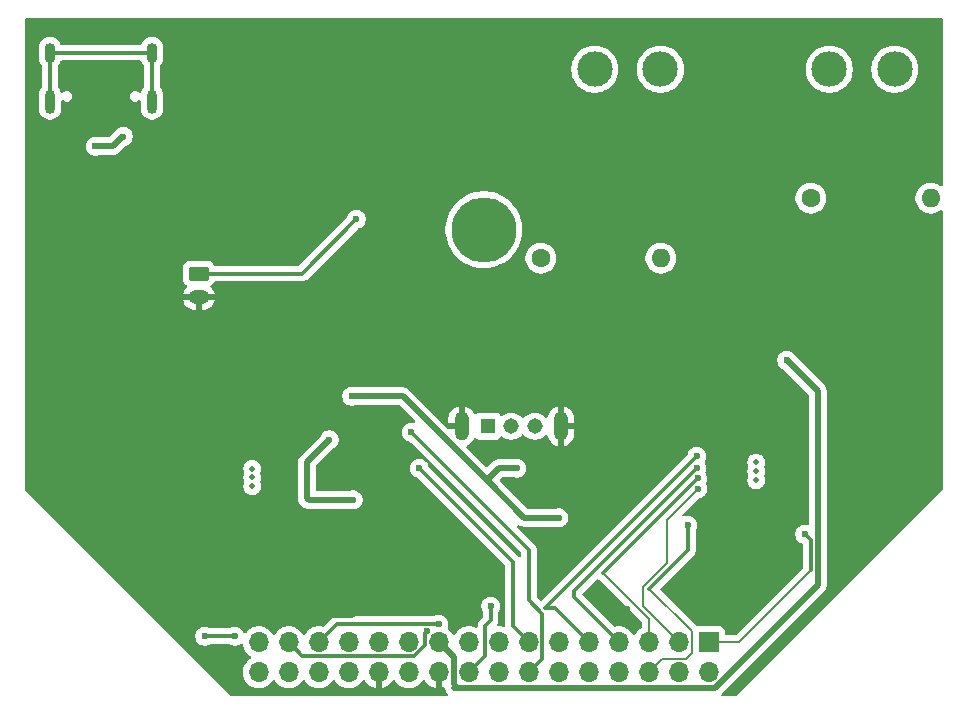
<source format=gbr>
%TF.GenerationSoftware,KiCad,Pcbnew,9.0.0*%
%TF.CreationDate,2025-03-28T11:23:17+02:00*%
%TF.ProjectId,PCBDesign1,50434244-6573-4696-976e-312e6b696361,rev?*%
%TF.SameCoordinates,Original*%
%TF.FileFunction,Copper,L2,Bot*%
%TF.FilePolarity,Positive*%
%FSLAX46Y46*%
G04 Gerber Fmt 4.6, Leading zero omitted, Abs format (unit mm)*
G04 Created by KiCad (PCBNEW 9.0.0) date 2025-03-28 11:23:17*
%MOMM*%
%LPD*%
G01*
G04 APERTURE LIST*
G04 Aperture macros list*
%AMRoundRect*
0 Rectangle with rounded corners*
0 $1 Rounding radius*
0 $2 $3 $4 $5 $6 $7 $8 $9 X,Y pos of 4 corners*
0 Add a 4 corners polygon primitive as box body*
4,1,4,$2,$3,$4,$5,$6,$7,$8,$9,$2,$3,0*
0 Add four circle primitives for the rounded corners*
1,1,$1+$1,$2,$3*
1,1,$1+$1,$4,$5*
1,1,$1+$1,$6,$7*
1,1,$1+$1,$8,$9*
0 Add four rect primitives between the rounded corners*
20,1,$1+$1,$2,$3,$4,$5,0*
20,1,$1+$1,$4,$5,$6,$7,0*
20,1,$1+$1,$6,$7,$8,$9,0*
20,1,$1+$1,$8,$9,$2,$3,0*%
G04 Aperture macros list end*
%TA.AperFunction,ComponentPad*%
%ADD10R,1.700000X1.700000*%
%TD*%
%TA.AperFunction,ComponentPad*%
%ADD11O,1.700000X1.700000*%
%TD*%
%TA.AperFunction,ComponentPad*%
%ADD12C,0.499999*%
%TD*%
%TA.AperFunction,ComponentPad*%
%ADD13C,1.600000*%
%TD*%
%TA.AperFunction,ComponentPad*%
%ADD14O,1.600000X1.600000*%
%TD*%
%TA.AperFunction,ComponentPad*%
%ADD15RoundRect,0.250000X-0.625000X0.350000X-0.625000X-0.350000X0.625000X-0.350000X0.625000X0.350000X0*%
%TD*%
%TA.AperFunction,ComponentPad*%
%ADD16O,1.750000X1.200000*%
%TD*%
%TA.AperFunction,ComponentPad*%
%ADD17C,3.000000*%
%TD*%
%TA.AperFunction,ComponentPad*%
%ADD18O,3.000000X3.000000*%
%TD*%
%TA.AperFunction,ComponentPad*%
%ADD19C,3.600000*%
%TD*%
%TA.AperFunction,ConnectorPad*%
%ADD20C,5.500000*%
%TD*%
%TA.AperFunction,ComponentPad*%
%ADD21R,1.308000X1.308000*%
%TD*%
%TA.AperFunction,ComponentPad*%
%ADD22C,1.308000*%
%TD*%
%TA.AperFunction,ComponentPad*%
%ADD23O,1.230000X2.460000*%
%TD*%
%TA.AperFunction,ComponentPad*%
%ADD24O,0.900000X2.000000*%
%TD*%
%TA.AperFunction,ComponentPad*%
%ADD25O,0.900000X1.700000*%
%TD*%
%TA.AperFunction,ViaPad*%
%ADD26C,0.600000*%
%TD*%
%TA.AperFunction,Conductor*%
%ADD27C,0.500000*%
%TD*%
%TA.AperFunction,Conductor*%
%ADD28C,0.200000*%
%TD*%
%TA.AperFunction,Conductor*%
%ADD29C,0.300000*%
%TD*%
G04 APERTURE END LIST*
D10*
%TO.P,J2,1,Pin_1*%
%TO.N,Motor2_A_OUT*%
X152400000Y-137160000D03*
D11*
%TO.P,J2,2,Pin_2*%
%TO.N,Motor2_B_OUT*%
X152400000Y-139700000D03*
%TO.P,J2,3,Pin_3*%
%TO.N,MOTOR2_CTRL1*%
X149860000Y-137160000D03*
%TO.P,J2,4,Pin_4*%
%TO.N,Motor4_A_OUT*%
X149860000Y-139700000D03*
%TO.P,J2,5,Pin_5*%
%TO.N,MOTOR2_CTRL2*%
X147320000Y-137160000D03*
%TO.P,J2,6,Pin_6*%
%TO.N,Motor4_B_OUT*%
X147320000Y-139700000D03*
%TO.P,J2,7,Pin_7*%
%TO.N,MOTOR4_CTRL1*%
X144780000Y-137160000D03*
%TO.P,J2,8,Pin_8*%
%TO.N,CTRL_EXT_LOAD2*%
X144780000Y-139700000D03*
%TO.P,J2,9,Pin_9*%
%TO.N,MOTOR4_CTRL2*%
X142240000Y-137160000D03*
%TO.P,J2,10,Pin_10*%
%TO.N,USART2_RX*%
X142240000Y-139700000D03*
%TO.P,J2,11,Pin_11*%
%TO.N,USART2_TX*%
X139700000Y-137160000D03*
%TO.P,J2,12,Pin_12*%
%TO.N,EXT_LOAD2_OUT*%
X139700000Y-139700000D03*
%TO.P,J2,13,Pin_13*%
%TO.N,BATT*%
X137160000Y-137160000D03*
%TO.P,J2,14,Pin_14*%
%TO.N,FAST_CHARGE_CTRL*%
X137160000Y-139700000D03*
%TO.P,J2,15,Pin_15*%
%TO.N,I2C1_SCL*%
X134620000Y-137160000D03*
%TO.P,J2,16,Pin_16*%
%TO.N,RESV*%
X134620000Y-139700000D03*
%TO.P,J2,17,Pin_17*%
%TO.N,+3V3*%
X132080000Y-137160000D03*
%TO.P,J2,18,Pin_18*%
%TO.N,I2C1_SDA*%
X132080000Y-139700000D03*
%TO.P,J2,19,Pin_19*%
%TO.N,+5V*%
X129540000Y-137160000D03*
%TO.P,J2,20,Pin_20*%
%TO.N,GND*%
X129540000Y-139700000D03*
%TO.P,J2,21,Pin_21*%
%TO.N,HV*%
X127000000Y-137160000D03*
%TO.P,J2,22,Pin_22*%
%TO.N,EXT_LOAD1_OUT*%
X127000000Y-139700000D03*
%TO.P,J2,23,Pin_23*%
%TO.N,MOTOR3_CTRL1*%
X124460000Y-137160000D03*
%TO.P,J2,24,Pin_24*%
%TO.N,GND*%
X124460000Y-139700000D03*
%TO.P,J2,25,Pin_25*%
%TO.N,MOTOR3_CTRL2*%
X121920000Y-137160000D03*
%TO.P,J2,26,Pin_26*%
%TO.N,CTRL_EXT_LOAD1*%
X121920000Y-139700000D03*
%TO.P,J2,27,Pin_27*%
%TO.N,MOTOR1_CTRL1*%
X119380000Y-137160000D03*
%TO.P,J2,28,Pin_28*%
%TO.N,MOTOR3_A_OUT*%
X119380000Y-139700000D03*
%TO.P,J2,29,Pin_29*%
%TO.N,MOTOR1_CTRL2*%
X116840000Y-137160000D03*
%TO.P,J2,30,Pin_30*%
%TO.N,MOTOR3_B_OUT*%
X116840000Y-139700000D03*
%TO.P,J2,31,Pin_31*%
%TO.N,MOTOR1_A_OUT*%
X114300000Y-137160000D03*
%TO.P,J2,32,Pin_32*%
%TO.N,MOTOR1_B_OUT*%
X114300000Y-139700000D03*
%TD*%
D12*
%TO.P,U5,V*%
%TO.N,N/C*%
X113725998Y-122459999D03*
X113725998Y-123210000D03*
X113725998Y-123960001D03*
%TD*%
D13*
%TO.P,L1,1,1*%
%TO.N,STEP*%
X138176000Y-104648000D03*
D14*
%TO.P,L1,2,2*%
%TO.N,Net-(D3-A)*%
X148336000Y-104648000D03*
%TD*%
D15*
%TO.P,J3,1,Pin_1*%
%TO.N,BATT*%
X109220000Y-105950000D03*
D16*
%TO.P,J3,2,Pin_2*%
%TO.N,GND*%
X109220000Y-107950000D03*
%TD*%
D12*
%TO.P,U6,V*%
%TO.N,N/C*%
X156398004Y-123436001D03*
X156398004Y-122686000D03*
X156398004Y-121935999D03*
%TD*%
D17*
%TO.P,R15,1,1*%
%TO.N,+3V7*%
X142748000Y-88646000D03*
D18*
%TO.P,R15,2,2*%
%TO.N,Net-(R15-Pad2)*%
X148298000Y-88646000D03*
%TO.P,R15,3,3*%
%TO.N,Net-(R15-Pad3)*%
X162598000Y-88646000D03*
%TO.P,R15,4,4*%
%TO.N,Net-(JP3-A)*%
X168148000Y-88646000D03*
%TD*%
D19*
%TO.P,H2,1*%
%TO.N,N/C*%
X133350000Y-102235000D03*
D20*
X133350000Y-102235000D03*
%TD*%
D21*
%TO.P,S1,1*%
%TO.N,STEP*%
X133668000Y-118872000D03*
D22*
%TO.P,S1,2*%
%TO.N,Power_ON*%
X135668000Y-118872000D03*
%TO.P,S1,3*%
%TO.N,unconnected-(S1-Pad3)*%
X137668000Y-118872000D03*
D23*
%TO.P,S1,S1,SHIELD*%
%TO.N,GND*%
X131468000Y-118872000D03*
%TO.P,S1,S2,SHIELD*%
X139868000Y-118872000D03*
%TD*%
D24*
%TO.P,J4,S1,SHIELD*%
%TO.N,Net-(C3-Pad1)*%
X105259000Y-91422000D03*
%TO.P,J4,S2,SHIELD*%
X96609000Y-91422000D03*
D25*
%TO.P,J4,S3,SHIELD*%
X105259000Y-87252000D03*
%TO.P,J4,S4,SHIELD*%
X96609000Y-87252000D03*
%TD*%
D13*
%TO.P,L2,1,1*%
%TO.N,Net-(U3-SW)*%
X161036000Y-99568000D03*
D14*
%TO.P,L2,2,2*%
%TO.N,Net-(JP5-A)*%
X171196000Y-99568000D03*
%TD*%
D26*
%TO.N,USB-C*%
X100442000Y-95173591D03*
X102834000Y-94346000D03*
%TO.N,GND*%
X138938000Y-114300000D03*
X157988000Y-104140000D03*
X116332000Y-90932000D03*
X163068000Y-100076000D03*
X151384000Y-132080000D03*
X124505000Y-132334000D03*
X145480000Y-134366000D03*
X155956000Y-119888000D03*
X144130000Y-134366000D03*
X144272000Y-112776000D03*
X156972000Y-118872000D03*
X119761000Y-134874000D03*
X125476000Y-113792000D03*
X151638000Y-130048000D03*
X130556000Y-114808000D03*
X119888000Y-98044000D03*
X156166735Y-120947265D03*
X121628370Y-93255630D03*
%TO.N,+5V*%
X139700000Y-126634000D03*
X120269000Y-120015000D03*
X136144000Y-122428000D03*
X122174000Y-116332000D03*
X159004000Y-113284000D03*
X122293380Y-125117620D03*
%TO.N,BATT*%
X127874000Y-122428000D03*
X122555000Y-101346000D03*
%TO.N,MOTOR1_A_OUT*%
X109728000Y-136652000D03*
X112268000Y-136652000D03*
%TO.N,Motor2_A_OUT*%
X160528000Y-128016000D03*
%TO.N,Motor4_B_OUT*%
X150622000Y-127254000D03*
%TO.N,MOTOR1_CTRL2*%
X128524000Y-136236000D03*
%TO.N,MOTOR4_CTRL1*%
X151384000Y-122428000D03*
%TO.N,MOTOR2_CTRL1*%
X151469087Y-124181392D03*
%TO.N,MOTOR2_CTRL2*%
X151443618Y-123287621D03*
%TO.N,FAST_CHARGE_CTRL*%
X127224000Y-119380000D03*
%TO.N,MOTOR1_CTRL1*%
X129540000Y-135636000D03*
%TO.N,I2C1_SDA*%
X133931000Y-134112000D03*
%TO.N,MOTOR4_CTRL2*%
X151384000Y-121412000D03*
%TD*%
D27*
%TO.N,USB-C*%
X102834000Y-94346000D02*
X102758000Y-94346000D01*
X101930409Y-95173591D02*
X100442000Y-95173591D01*
X102758000Y-94346000D02*
X101930409Y-95173591D01*
D28*
%TO.N,GND*%
X155956000Y-119888000D02*
X156972000Y-118872000D01*
D27*
X123952000Y-133096000D02*
X123952000Y-132887000D01*
D28*
X116332000Y-89408000D02*
X118364000Y-87376000D01*
X116332000Y-90932000D02*
X116332000Y-89408000D01*
D29*
X145480000Y-134366000D02*
X144130000Y-134366000D01*
D27*
X123952000Y-132887000D02*
X124505000Y-132334000D01*
D29*
X142240000Y-114300000D02*
X143764000Y-112776000D01*
D28*
X119888000Y-98044000D02*
X116840000Y-101092000D01*
D29*
X151638000Y-130048000D02*
X151638000Y-131826000D01*
D27*
X122174000Y-134874000D02*
X123952000Y-133096000D01*
D29*
X130556000Y-114808000D02*
X129540000Y-113792000D01*
D27*
X120142000Y-134874000D02*
X119761000Y-134874000D01*
X122174000Y-134874000D02*
X120142000Y-134874000D01*
D29*
X151638000Y-131826000D02*
X151384000Y-132080000D01*
X159004000Y-104140000D02*
X163068000Y-100076000D01*
X129540000Y-113792000D02*
X125476000Y-113792000D01*
X138938000Y-114300000D02*
X142240000Y-114300000D01*
X157988000Y-104140000D02*
X159004000Y-104140000D01*
D28*
X116840000Y-101092000D02*
X115316000Y-101092000D01*
D29*
X143764000Y-112776000D02*
X144272000Y-112776000D01*
D27*
%TO.N,+5V*%
X129540000Y-137160000D02*
X130791000Y-138411000D01*
X118364000Y-124968000D02*
X118513620Y-125117620D01*
X139700000Y-126634000D02*
X136794000Y-126634000D01*
X136144000Y-122428000D02*
X134620000Y-122428000D01*
X131064000Y-141001000D02*
X152938892Y-141001000D01*
X130791000Y-138411000D02*
X130791000Y-140728000D01*
X126492000Y-116332000D02*
X122174000Y-116332000D01*
X120269000Y-120015000D02*
X118364000Y-121920000D01*
X130841000Y-141001000D02*
X131064000Y-141001000D01*
X130791000Y-140728000D02*
X131064000Y-141001000D01*
X136794000Y-126634000D02*
X133604000Y-123444000D01*
X161637000Y-132302892D02*
X161637000Y-115917000D01*
X118513620Y-125117620D02*
X122293380Y-125117620D01*
D29*
X130929000Y-140866000D02*
X131064000Y-141001000D01*
D27*
X133604000Y-123444000D02*
X126492000Y-116332000D01*
X118364000Y-121920000D02*
X118364000Y-124968000D01*
X134620000Y-122428000D02*
X133604000Y-123444000D01*
X152938892Y-141001000D02*
X161637000Y-132302892D01*
X161637000Y-115917000D02*
X159004000Y-113284000D01*
D29*
%TO.N,BATT*%
X137160000Y-137160000D02*
X135821000Y-135821000D01*
X122555000Y-101346000D02*
X117951000Y-105950000D01*
X135821000Y-135821000D02*
X135821000Y-130375000D01*
X127874000Y-122428000D02*
X135821000Y-130375000D01*
X117951000Y-105950000D02*
X109220000Y-105950000D01*
%TO.N,MOTOR1_A_OUT*%
X109728000Y-136652000D02*
X112268000Y-136652000D01*
D28*
%TO.N,Motor2_A_OUT*%
X152400000Y-137160000D02*
X154940000Y-137160000D01*
D29*
X161036000Y-128524000D02*
X161036000Y-131064000D01*
X160528000Y-128016000D02*
X161036000Y-128524000D01*
D28*
X154940000Y-137160000D02*
X161036000Y-131064000D01*
%TO.N,Motor4_B_OUT*%
X150453000Y-138599000D02*
X150961000Y-138091000D01*
D29*
X150622000Y-129361260D02*
X147357630Y-132625630D01*
D28*
X147320000Y-139700000D02*
X148421000Y-138599000D01*
X150961000Y-138091000D02*
X150961000Y-136229000D01*
D29*
X150622000Y-127254000D02*
X150622000Y-129361260D01*
D28*
X148421000Y-138599000D02*
X150453000Y-138599000D01*
X150961000Y-136229000D02*
X147357630Y-132625630D01*
D29*
%TO.N,MOTOR1_CTRL2*%
X127476760Y-138311000D02*
X128389000Y-137398760D01*
X128389000Y-137398760D02*
X128389000Y-136371000D01*
X116840000Y-137160000D02*
X117991000Y-138311000D01*
X128389000Y-136371000D02*
X128524000Y-136236000D01*
X117991000Y-138311000D02*
X127476760Y-138311000D01*
%TO.N,MOTOR4_CTRL1*%
X144780000Y-137160000D02*
X140970000Y-133350000D01*
X151384000Y-122428000D02*
X140970000Y-132842000D01*
X140970000Y-133350000D02*
X140970000Y-132842000D01*
D28*
%TO.N,MOTOR2_CTRL1*%
X148844000Y-130430740D02*
X148844000Y-126806479D01*
X146819000Y-132455739D02*
X148844000Y-130430740D01*
X146819000Y-134119000D02*
X146819000Y-132455739D01*
X149860000Y-137160000D02*
X146819000Y-134119000D01*
X148844000Y-126806479D02*
X151469087Y-124181392D01*
%TO.N,MOTOR2_CTRL2*%
X147320000Y-137160000D02*
X147320000Y-135169239D01*
X147320000Y-135169239D02*
X143441000Y-131290239D01*
D29*
X151443618Y-123287621D02*
X143441000Y-131290239D01*
%TO.N,FAST_CHARGE_CTRL*%
X127224000Y-119380000D02*
X137160000Y-129316000D01*
X138312190Y-134756190D02*
X137160000Y-133604000D01*
X138312190Y-138547810D02*
X138312190Y-134756190D01*
X137160000Y-139700000D02*
X138312190Y-138547810D01*
X137160000Y-133604000D02*
X137160000Y-129316000D01*
%TO.N,MOTOR1_CTRL1*%
X119380000Y-137160000D02*
X120904000Y-135636000D01*
X120904000Y-135636000D02*
X129540000Y-135636000D01*
%TO.N,I2C1_SDA*%
X133469000Y-138311000D02*
X132080000Y-139700000D01*
X133931000Y-134112000D02*
X133931000Y-135309000D01*
X133931000Y-135309000D02*
X133469000Y-135771000D01*
X133469000Y-135771000D02*
X133469000Y-138311000D01*
%TO.N,Net-(C3-Pad1)*%
X105259000Y-87252000D02*
X96609000Y-87252000D01*
X105259000Y-91422000D02*
X105259000Y-87252000D01*
X96609000Y-87252000D02*
X96609000Y-91422000D01*
%TO.N,MOTOR4_CTRL2*%
X142240000Y-137160000D02*
X139377000Y-134297000D01*
X151384000Y-121412000D02*
X138499000Y-134297000D01*
X139377000Y-134297000D02*
X138499000Y-134297000D01*
%TD*%
%TA.AperFunction,Conductor*%
%TO.N,GND*%
G36*
X172155039Y-84347685D02*
G01*
X172200794Y-84400489D01*
X172212000Y-84452000D01*
X172212000Y-98455296D01*
X172192315Y-98522335D01*
X172139511Y-98568090D01*
X172070353Y-98578034D01*
X172015115Y-98555615D01*
X171877609Y-98455712D01*
X171695223Y-98362781D01*
X171500534Y-98299522D01*
X171325995Y-98271878D01*
X171298352Y-98267500D01*
X171093648Y-98267500D01*
X171069329Y-98271351D01*
X170891465Y-98299522D01*
X170696776Y-98362781D01*
X170514386Y-98455715D01*
X170348786Y-98576028D01*
X170204028Y-98720786D01*
X170083715Y-98886386D01*
X169990781Y-99068776D01*
X169927522Y-99263465D01*
X169895500Y-99465648D01*
X169895500Y-99670351D01*
X169927522Y-99872534D01*
X169990781Y-100067223D01*
X170083715Y-100249613D01*
X170204028Y-100415213D01*
X170348786Y-100559971D01*
X170503749Y-100672556D01*
X170514390Y-100680287D01*
X170630607Y-100739503D01*
X170696776Y-100773218D01*
X170696778Y-100773218D01*
X170696781Y-100773220D01*
X170801137Y-100807127D01*
X170891465Y-100836477D01*
X170936141Y-100843553D01*
X171093648Y-100868500D01*
X171093649Y-100868500D01*
X171298351Y-100868500D01*
X171298352Y-100868500D01*
X171500534Y-100836477D01*
X171695219Y-100773220D01*
X171877610Y-100680287D01*
X171968898Y-100613962D01*
X172015115Y-100580385D01*
X172080921Y-100556905D01*
X172148975Y-100572731D01*
X172197670Y-100622837D01*
X172212000Y-100680703D01*
X172212000Y-124208824D01*
X172192315Y-124275863D01*
X172175681Y-124296505D01*
X154776505Y-141695681D01*
X154715182Y-141729166D01*
X154688824Y-141732000D01*
X153568622Y-141732000D01*
X153501583Y-141712315D01*
X153455828Y-141659511D01*
X153445884Y-141590353D01*
X153474909Y-141526797D01*
X153480941Y-141520319D01*
X162219948Y-132781311D01*
X162219947Y-132781311D01*
X162219951Y-132781308D01*
X162302084Y-132658387D01*
X162358658Y-132521805D01*
X162387500Y-132376810D01*
X162387500Y-132228975D01*
X162387500Y-115843082D01*
X162387500Y-115843079D01*
X162358659Y-115698092D01*
X162358658Y-115698091D01*
X162358658Y-115698087D01*
X162327391Y-115622602D01*
X162302087Y-115561511D01*
X162302080Y-115561498D01*
X162219952Y-115438585D01*
X162219951Y-115438584D01*
X162115416Y-115334049D01*
X159750071Y-112968703D01*
X159723191Y-112928475D01*
X159713394Y-112904821D01*
X159713389Y-112904814D01*
X159625789Y-112773710D01*
X159514292Y-112662213D01*
X159514288Y-112662210D01*
X159383185Y-112574609D01*
X159383172Y-112574602D01*
X159237501Y-112514264D01*
X159237489Y-112514261D01*
X159082845Y-112483500D01*
X159082842Y-112483500D01*
X158925158Y-112483500D01*
X158925155Y-112483500D01*
X158770510Y-112514261D01*
X158770498Y-112514264D01*
X158624827Y-112574602D01*
X158624814Y-112574609D01*
X158493711Y-112662210D01*
X158493707Y-112662213D01*
X158382213Y-112773707D01*
X158382210Y-112773711D01*
X158294609Y-112904814D01*
X158294602Y-112904827D01*
X158234264Y-113050498D01*
X158234261Y-113050510D01*
X158203500Y-113205153D01*
X158203500Y-113362846D01*
X158234261Y-113517489D01*
X158234264Y-113517501D01*
X158294602Y-113663172D01*
X158294609Y-113663185D01*
X158382210Y-113794288D01*
X158382213Y-113794292D01*
X158493710Y-113905789D01*
X158624815Y-113993390D01*
X158624821Y-113993394D01*
X158648475Y-114003191D01*
X158688703Y-114030071D01*
X160850181Y-116191548D01*
X160883666Y-116252871D01*
X160886500Y-116279229D01*
X160886500Y-127120033D01*
X160866815Y-127187072D01*
X160814011Y-127232827D01*
X160744853Y-127242771D01*
X160738309Y-127241650D01*
X160606845Y-127215500D01*
X160606842Y-127215500D01*
X160449158Y-127215500D01*
X160449155Y-127215500D01*
X160294510Y-127246261D01*
X160294498Y-127246264D01*
X160148827Y-127306602D01*
X160148814Y-127306609D01*
X160017711Y-127394210D01*
X160017707Y-127394213D01*
X159906213Y-127505707D01*
X159906210Y-127505711D01*
X159818609Y-127636814D01*
X159818602Y-127636827D01*
X159758264Y-127782498D01*
X159758261Y-127782510D01*
X159727500Y-127937153D01*
X159727500Y-128094846D01*
X159758261Y-128249489D01*
X159758264Y-128249501D01*
X159818602Y-128395172D01*
X159818609Y-128395185D01*
X159906210Y-128526288D01*
X159906213Y-128526292D01*
X160017707Y-128637786D01*
X160017711Y-128637789D01*
X160148814Y-128725390D01*
X160148827Y-128725397D01*
X160236230Y-128761599D01*
X160294503Y-128785737D01*
X160294510Y-128785738D01*
X160297498Y-128786645D01*
X160298876Y-128787548D01*
X160300131Y-128788068D01*
X160300032Y-128788306D01*
X160355935Y-128824944D01*
X160384391Y-128888756D01*
X160385500Y-128905305D01*
X160385500Y-130813903D01*
X160365815Y-130880942D01*
X160349181Y-130901584D01*
X154727584Y-136523181D01*
X154666261Y-136556666D01*
X154639903Y-136559500D01*
X153874499Y-136559500D01*
X153807460Y-136539815D01*
X153761705Y-136487011D01*
X153750499Y-136435500D01*
X153750499Y-136262129D01*
X153750498Y-136262123D01*
X153744091Y-136202516D01*
X153693797Y-136067671D01*
X153693793Y-136067664D01*
X153607547Y-135952455D01*
X153607544Y-135952452D01*
X153492335Y-135866206D01*
X153492328Y-135866202D01*
X153357482Y-135815908D01*
X153357483Y-135815908D01*
X153297883Y-135809501D01*
X153297881Y-135809500D01*
X153297873Y-135809500D01*
X153297864Y-135809500D01*
X151502129Y-135809500D01*
X151502123Y-135809501D01*
X151460533Y-135813972D01*
X151391773Y-135801565D01*
X151359599Y-135778363D01*
X148329901Y-132748666D01*
X148296416Y-132687343D01*
X148301400Y-132617651D01*
X148329901Y-132573304D01*
X151127271Y-129775935D01*
X151127271Y-129775934D01*
X151127276Y-129775930D01*
X151198465Y-129669387D01*
X151247501Y-129551004D01*
X151256504Y-129505744D01*
X151272500Y-129425329D01*
X151272500Y-127758935D01*
X151292185Y-127691896D01*
X151293366Y-127690090D01*
X151331394Y-127633179D01*
X151331578Y-127632736D01*
X151350986Y-127585880D01*
X151391737Y-127487497D01*
X151422500Y-127332842D01*
X151422500Y-127175158D01*
X151422500Y-127175155D01*
X151422499Y-127175153D01*
X151416360Y-127144289D01*
X151391737Y-127020503D01*
X151388703Y-127013179D01*
X151331397Y-126874827D01*
X151331390Y-126874814D01*
X151243789Y-126743711D01*
X151243786Y-126743707D01*
X151132292Y-126632213D01*
X151132288Y-126632210D01*
X151001185Y-126544609D01*
X151001172Y-126544602D01*
X150855501Y-126484264D01*
X150855489Y-126484261D01*
X150700845Y-126453500D01*
X150700842Y-126453500D01*
X150543158Y-126453500D01*
X150543155Y-126453500D01*
X150388510Y-126484261D01*
X150388498Y-126484264D01*
X150327600Y-126509489D01*
X150258130Y-126516958D01*
X150195651Y-126485682D01*
X150160000Y-126425593D01*
X150162494Y-126355768D01*
X150192467Y-126307247D01*
X150376007Y-126123707D01*
X151483751Y-125015963D01*
X151545072Y-124982480D01*
X151547239Y-124982029D01*
X151547928Y-124981892D01*
X151547929Y-124981892D01*
X151702584Y-124951129D01*
X151848266Y-124890786D01*
X151979376Y-124803181D01*
X152090876Y-124691681D01*
X152178481Y-124560571D01*
X152238824Y-124414889D01*
X152269587Y-124260234D01*
X152269587Y-124102550D01*
X152269587Y-124102547D01*
X152269586Y-124102545D01*
X152238825Y-123947902D01*
X152238824Y-123947895D01*
X152213220Y-123886080D01*
X152178482Y-123802214D01*
X152164957Y-123781973D01*
X152144078Y-123715296D01*
X152153497Y-123665628D01*
X152157934Y-123654917D01*
X152213355Y-123521118D01*
X152244118Y-123366463D01*
X152244118Y-123208779D01*
X152244118Y-123208776D01*
X152244117Y-123208774D01*
X152229919Y-123137397D01*
X152213355Y-123054124D01*
X152187245Y-122991088D01*
X152153015Y-122908448D01*
X152153007Y-122908433D01*
X152127139Y-122869720D01*
X152106260Y-122803043D01*
X152115678Y-122753380D01*
X152153737Y-122661497D01*
X152184500Y-122506842D01*
X152184500Y-122349158D01*
X152184500Y-122349155D01*
X152184499Y-122349153D01*
X152179708Y-122325069D01*
X152153737Y-122194503D01*
X152137335Y-122154905D01*
X152093397Y-122048827D01*
X152093393Y-122048820D01*
X152067400Y-122009919D01*
X155647504Y-122009919D01*
X155676345Y-122154905D01*
X155676347Y-122154911D01*
X155721345Y-122263546D01*
X155728814Y-122333016D01*
X155721345Y-122358451D01*
X155676348Y-122467083D01*
X155676345Y-122467093D01*
X155647505Y-122612079D01*
X155647505Y-122612082D01*
X155647505Y-122759918D01*
X155647505Y-122759920D01*
X155647504Y-122759920D01*
X155676345Y-122904906D01*
X155676347Y-122904912D01*
X155721345Y-123013547D01*
X155728814Y-123083017D01*
X155721345Y-123108452D01*
X155676348Y-123217084D01*
X155676345Y-123217094D01*
X155647505Y-123362080D01*
X155647505Y-123362083D01*
X155647505Y-123509919D01*
X155647505Y-123509921D01*
X155647504Y-123509921D01*
X155676345Y-123654907D01*
X155676348Y-123654917D01*
X155732917Y-123791488D01*
X155732924Y-123791501D01*
X155815053Y-123914415D01*
X155815056Y-123914419D01*
X155919585Y-124018948D01*
X155919589Y-124018951D01*
X156042503Y-124101080D01*
X156042516Y-124101087D01*
X156179087Y-124157656D01*
X156179092Y-124157658D01*
X156179096Y-124157658D01*
X156179097Y-124157659D01*
X156324083Y-124186500D01*
X156324086Y-124186500D01*
X156471924Y-124186500D01*
X156569465Y-124167096D01*
X156616916Y-124157658D01*
X156753498Y-124101084D01*
X156876419Y-124018951D01*
X156980954Y-123914416D01*
X157063087Y-123791495D01*
X157119661Y-123654913D01*
X157137448Y-123565494D01*
X157148503Y-123509921D01*
X157148503Y-123362080D01*
X157119662Y-123217094D01*
X157119661Y-123217093D01*
X157119661Y-123217089D01*
X157074661Y-123108451D01*
X157067193Y-123038984D01*
X157074659Y-123013555D01*
X157119661Y-122904912D01*
X157137905Y-122813198D01*
X157148503Y-122759920D01*
X157148503Y-122612079D01*
X157119662Y-122467093D01*
X157119661Y-122467092D01*
X157119661Y-122467088D01*
X157074661Y-122358450D01*
X157067193Y-122288983D01*
X157074659Y-122263554D01*
X157119661Y-122154911D01*
X157129099Y-122107460D01*
X157148503Y-122009919D01*
X157148503Y-121862078D01*
X157119662Y-121717092D01*
X157119661Y-121717091D01*
X157119661Y-121717087D01*
X157115210Y-121706342D01*
X157063090Y-121580511D01*
X157063083Y-121580498D01*
X156980954Y-121457584D01*
X156980951Y-121457580D01*
X156876422Y-121353051D01*
X156876418Y-121353048D01*
X156753504Y-121270919D01*
X156753491Y-121270912D01*
X156616920Y-121214343D01*
X156616910Y-121214340D01*
X156471924Y-121185500D01*
X156471922Y-121185500D01*
X156324086Y-121185500D01*
X156324084Y-121185500D01*
X156179097Y-121214340D01*
X156179087Y-121214343D01*
X156042516Y-121270912D01*
X156042503Y-121270919D01*
X155919589Y-121353048D01*
X155919585Y-121353051D01*
X155815056Y-121457580D01*
X155815053Y-121457584D01*
X155732924Y-121580498D01*
X155732917Y-121580511D01*
X155676348Y-121717082D01*
X155676345Y-121717092D01*
X155647505Y-121862078D01*
X155647505Y-121862081D01*
X155647505Y-122009917D01*
X155647505Y-122009919D01*
X155647504Y-122009919D01*
X152067400Y-122009919D01*
X152053350Y-121988892D01*
X152047375Y-121969812D01*
X152036870Y-121952804D01*
X152037149Y-121937152D01*
X152032472Y-121922214D01*
X152037760Y-121902934D01*
X152038118Y-121882946D01*
X152050133Y-121857833D01*
X152050956Y-121854834D01*
X152053351Y-121851108D01*
X152093387Y-121791190D01*
X152093388Y-121791186D01*
X152093394Y-121791179D01*
X152153737Y-121645497D01*
X152184500Y-121490842D01*
X152184500Y-121333158D01*
X152184500Y-121333155D01*
X152184499Y-121333153D01*
X152160865Y-121214340D01*
X152153737Y-121178503D01*
X152153735Y-121178498D01*
X152093397Y-121032827D01*
X152093390Y-121032814D01*
X152005789Y-120901711D01*
X152005786Y-120901707D01*
X151894292Y-120790213D01*
X151894288Y-120790210D01*
X151763185Y-120702609D01*
X151763172Y-120702602D01*
X151617501Y-120642264D01*
X151617489Y-120642261D01*
X151462845Y-120611500D01*
X151462842Y-120611500D01*
X151305158Y-120611500D01*
X151305155Y-120611500D01*
X151150510Y-120642261D01*
X151150498Y-120642264D01*
X151004827Y-120702602D01*
X151004814Y-120702609D01*
X150873711Y-120790210D01*
X150873707Y-120790213D01*
X150762213Y-120901707D01*
X150762210Y-120901711D01*
X150674609Y-121032814D01*
X150674602Y-121032827D01*
X150614264Y-121178498D01*
X150614261Y-121178508D01*
X150600920Y-121245579D01*
X150568535Y-121307490D01*
X150566984Y-121309068D01*
X138263680Y-133612372D01*
X138202357Y-133645857D01*
X138132665Y-133640873D01*
X138088318Y-133612372D01*
X137846819Y-133370873D01*
X137813334Y-133309550D01*
X137810500Y-133283192D01*
X137810500Y-129251928D01*
X137785502Y-129126261D01*
X137785501Y-129126260D01*
X137785501Y-129126256D01*
X137736465Y-129007873D01*
X137695518Y-128946591D01*
X137695516Y-128946588D01*
X137665281Y-128901336D01*
X137665277Y-128901331D01*
X136197190Y-127433244D01*
X136163705Y-127371921D01*
X136168689Y-127302229D01*
X136210561Y-127246296D01*
X136276025Y-127221879D01*
X136344298Y-127236731D01*
X136353762Y-127242461D01*
X136438498Y-127299080D01*
X136438511Y-127299087D01*
X136545469Y-127343390D01*
X136575087Y-127355658D01*
X136575091Y-127355658D01*
X136575092Y-127355659D01*
X136720079Y-127384500D01*
X136720082Y-127384500D01*
X136867917Y-127384500D01*
X139395396Y-127384500D01*
X139442844Y-127393937D01*
X139466503Y-127403737D01*
X139466508Y-127403738D01*
X139466511Y-127403739D01*
X139621153Y-127434499D01*
X139621156Y-127434500D01*
X139621158Y-127434500D01*
X139778844Y-127434500D01*
X139778845Y-127434499D01*
X139933497Y-127403737D01*
X140079179Y-127343394D01*
X140210289Y-127255789D01*
X140321789Y-127144289D01*
X140409394Y-127013179D01*
X140469737Y-126867497D01*
X140500500Y-126712842D01*
X140500500Y-126555158D01*
X140500500Y-126555155D01*
X140500499Y-126555153D01*
X140486398Y-126484263D01*
X140469737Y-126400503D01*
X140469735Y-126400498D01*
X140409397Y-126254827D01*
X140409390Y-126254814D01*
X140321789Y-126123711D01*
X140321786Y-126123707D01*
X140210292Y-126012213D01*
X140210288Y-126012210D01*
X140079185Y-125924609D01*
X140079172Y-125924602D01*
X139933501Y-125864264D01*
X139933489Y-125864261D01*
X139778845Y-125833500D01*
X139778842Y-125833500D01*
X139621158Y-125833500D01*
X139621155Y-125833500D01*
X139466511Y-125864260D01*
X139466506Y-125864262D01*
X139466504Y-125864262D01*
X139466503Y-125864263D01*
X139442844Y-125874062D01*
X139395396Y-125883500D01*
X137156229Y-125883500D01*
X137089190Y-125863815D01*
X137068548Y-125847181D01*
X134753048Y-123531681D01*
X134748709Y-123523735D01*
X134741462Y-123518310D01*
X134732227Y-123493550D01*
X134719563Y-123470358D01*
X134720208Y-123461328D01*
X134717045Y-123452846D01*
X134722661Y-123427025D01*
X134724547Y-123400666D01*
X134730365Y-123391611D01*
X134731897Y-123384573D01*
X134753044Y-123356323D01*
X134894550Y-123214816D01*
X134955872Y-123181334D01*
X134982230Y-123178500D01*
X135839396Y-123178500D01*
X135886844Y-123187937D01*
X135910503Y-123197737D01*
X135910508Y-123197738D01*
X135910511Y-123197739D01*
X136065153Y-123228499D01*
X136065156Y-123228500D01*
X136065158Y-123228500D01*
X136222844Y-123228500D01*
X136222845Y-123228499D01*
X136377497Y-123197737D01*
X136523179Y-123137394D01*
X136654289Y-123049789D01*
X136765789Y-122938289D01*
X136853394Y-122807179D01*
X136913737Y-122661497D01*
X136944500Y-122506842D01*
X136944500Y-122349158D01*
X136944500Y-122349155D01*
X136944499Y-122349153D01*
X136939708Y-122325069D01*
X136913737Y-122194503D01*
X136897335Y-122154905D01*
X136853397Y-122048827D01*
X136853390Y-122048814D01*
X136765789Y-121917711D01*
X136765786Y-121917707D01*
X136654292Y-121806213D01*
X136654288Y-121806210D01*
X136523185Y-121718609D01*
X136523172Y-121718602D01*
X136377501Y-121658264D01*
X136377489Y-121658261D01*
X136222845Y-121627500D01*
X136222842Y-121627500D01*
X136065158Y-121627500D01*
X136065155Y-121627500D01*
X135910511Y-121658260D01*
X135910506Y-121658262D01*
X135910504Y-121658262D01*
X135910503Y-121658263D01*
X135886844Y-121668062D01*
X135839396Y-121677500D01*
X134546080Y-121677500D01*
X134401092Y-121706340D01*
X134401082Y-121706343D01*
X134264508Y-121762914D01*
X134222206Y-121791179D01*
X134141581Y-121845049D01*
X133691680Y-122294950D01*
X133630357Y-122328435D01*
X133560665Y-122323451D01*
X133516318Y-122294950D01*
X131914455Y-120693087D01*
X131880970Y-120631764D01*
X131885954Y-120562072D01*
X131927826Y-120506139D01*
X131945842Y-120494921D01*
X132052388Y-120440633D01*
X132194367Y-120337480D01*
X132194372Y-120337476D01*
X132318476Y-120213372D01*
X132318480Y-120213367D01*
X132421633Y-120071388D01*
X132488879Y-119939410D01*
X132536853Y-119888614D01*
X132604674Y-119871818D01*
X132670809Y-119894355D01*
X132673675Y-119896438D01*
X132771664Y-119969793D01*
X132771671Y-119969797D01*
X132906517Y-120020091D01*
X132906516Y-120020091D01*
X132913444Y-120020835D01*
X132966127Y-120026500D01*
X134369872Y-120026499D01*
X134429483Y-120020091D01*
X134564331Y-119969796D01*
X134679546Y-119883546D01*
X134753043Y-119785365D01*
X134808976Y-119743496D01*
X134878668Y-119738512D01*
X134925192Y-119759359D01*
X135062910Y-119859417D01*
X135224826Y-119941917D01*
X135224828Y-119941918D01*
X135310629Y-119969796D01*
X135397654Y-119998072D01*
X135577139Y-120026500D01*
X135577140Y-120026500D01*
X135758860Y-120026500D01*
X135758861Y-120026500D01*
X135938346Y-119998072D01*
X135938349Y-119998071D01*
X135938350Y-119998071D01*
X136111171Y-119941918D01*
X136111171Y-119941917D01*
X136111174Y-119941917D01*
X136273090Y-119859417D01*
X136420106Y-119752603D01*
X136548603Y-119624106D01*
X136567682Y-119597845D01*
X136623012Y-119555180D01*
X136692625Y-119549201D01*
X136754420Y-119581807D01*
X136768318Y-119597846D01*
X136785591Y-119621621D01*
X136787397Y-119624106D01*
X136915894Y-119752603D01*
X137062910Y-119859417D01*
X137224826Y-119941917D01*
X137224828Y-119941918D01*
X137310629Y-119969796D01*
X137397654Y-119998072D01*
X137577139Y-120026500D01*
X137577140Y-120026500D01*
X137758860Y-120026500D01*
X137758861Y-120026500D01*
X137938346Y-119998072D01*
X137938349Y-119998071D01*
X137938350Y-119998071D01*
X138111171Y-119941918D01*
X138111171Y-119941917D01*
X138111174Y-119941917D01*
X138273090Y-119859417D01*
X138420106Y-119752603D01*
X138548603Y-119624106D01*
X138548610Y-119624095D01*
X138551767Y-119620401D01*
X138553196Y-119621621D01*
X138602161Y-119583836D01*
X138671772Y-119577832D01*
X138733579Y-119610416D01*
X138767958Y-119671242D01*
X138769664Y-119679971D01*
X138780455Y-119748099D01*
X138834690Y-119915016D01*
X138914368Y-120071390D01*
X139017519Y-120213367D01*
X139017523Y-120213372D01*
X139141627Y-120337476D01*
X139141632Y-120337480D01*
X139283609Y-120440631D01*
X139439985Y-120520309D01*
X139606902Y-120574544D01*
X139606904Y-120574545D01*
X139618000Y-120576302D01*
X139618000Y-119516975D01*
X139653095Y-119552070D01*
X139732905Y-119598148D01*
X139821922Y-119622000D01*
X139914078Y-119622000D01*
X140003095Y-119598148D01*
X140082905Y-119552070D01*
X140118000Y-119516975D01*
X140118000Y-120576301D01*
X140129095Y-120574545D01*
X140129097Y-120574544D01*
X140296014Y-120520309D01*
X140452390Y-120440631D01*
X140594367Y-120337480D01*
X140594372Y-120337476D01*
X140718476Y-120213372D01*
X140718480Y-120213367D01*
X140821631Y-120071390D01*
X140901309Y-119915016D01*
X140955545Y-119748097D01*
X140983000Y-119574757D01*
X140983000Y-119122000D01*
X140218000Y-119122000D01*
X140218000Y-118622000D01*
X140983000Y-118622000D01*
X140983000Y-118169242D01*
X140955545Y-117995902D01*
X140901309Y-117828983D01*
X140821631Y-117672609D01*
X140718480Y-117530632D01*
X140718476Y-117530627D01*
X140594372Y-117406523D01*
X140594367Y-117406519D01*
X140452390Y-117303368D01*
X140296014Y-117223690D01*
X140129097Y-117169455D01*
X140129093Y-117169454D01*
X140118000Y-117167696D01*
X140118000Y-118227025D01*
X140082905Y-118191930D01*
X140003095Y-118145852D01*
X139914078Y-118122000D01*
X139821922Y-118122000D01*
X139732905Y-118145852D01*
X139653095Y-118191930D01*
X139618000Y-118227025D01*
X139618000Y-117167697D01*
X139617999Y-117167696D01*
X139606906Y-117169454D01*
X139606902Y-117169455D01*
X139439985Y-117223690D01*
X139283609Y-117303368D01*
X139141632Y-117406519D01*
X139141627Y-117406523D01*
X139017523Y-117530627D01*
X139017519Y-117530632D01*
X138914368Y-117672609D01*
X138834690Y-117828983D01*
X138780455Y-117995900D01*
X138769664Y-118064028D01*
X138739734Y-118127162D01*
X138680421Y-118164092D01*
X138610559Y-118163094D01*
X138552327Y-118124483D01*
X138550195Y-118121758D01*
X138548600Y-118119891D01*
X138420108Y-117991399D01*
X138420106Y-117991397D01*
X138273090Y-117884583D01*
X138111174Y-117802083D01*
X138111171Y-117802081D01*
X137938348Y-117745928D01*
X137799319Y-117723908D01*
X137758861Y-117717500D01*
X137577139Y-117717500D01*
X137536681Y-117723908D01*
X137397652Y-117745928D01*
X137397649Y-117745928D01*
X137224828Y-117802081D01*
X137224825Y-117802083D01*
X137062909Y-117884583D01*
X136979030Y-117945525D01*
X136915894Y-117991397D01*
X136915892Y-117991399D01*
X136915891Y-117991399D01*
X136787396Y-118119894D01*
X136768317Y-118146155D01*
X136712986Y-118188820D01*
X136643373Y-118194798D01*
X136581578Y-118162191D01*
X136567683Y-118146155D01*
X136548603Y-118119894D01*
X136420108Y-117991399D01*
X136420106Y-117991397D01*
X136273090Y-117884583D01*
X136111174Y-117802083D01*
X136111171Y-117802081D01*
X135938348Y-117745928D01*
X135799319Y-117723908D01*
X135758861Y-117717500D01*
X135577139Y-117717500D01*
X135536681Y-117723908D01*
X135397652Y-117745928D01*
X135397649Y-117745928D01*
X135224828Y-117802081D01*
X135224825Y-117802083D01*
X135062906Y-117884585D01*
X134925194Y-117984639D01*
X134859388Y-118008119D01*
X134791334Y-117992294D01*
X134753043Y-117958632D01*
X134679547Y-117860455D01*
X134679544Y-117860452D01*
X134564335Y-117774206D01*
X134564328Y-117774202D01*
X134429482Y-117723908D01*
X134429483Y-117723908D01*
X134369883Y-117717501D01*
X134369881Y-117717500D01*
X134369873Y-117717500D01*
X134369864Y-117717500D01*
X132966129Y-117717500D01*
X132966123Y-117717501D01*
X132906516Y-117723908D01*
X132771671Y-117774202D01*
X132771668Y-117774204D01*
X132673675Y-117847562D01*
X132608211Y-117871979D01*
X132539938Y-117857127D01*
X132490532Y-117807722D01*
X132488879Y-117804590D01*
X132421631Y-117672608D01*
X132318480Y-117530632D01*
X132318476Y-117530627D01*
X132194372Y-117406523D01*
X132194367Y-117406519D01*
X132052390Y-117303368D01*
X131896014Y-117223690D01*
X131729097Y-117169455D01*
X131729093Y-117169454D01*
X131718000Y-117167696D01*
X131718000Y-118227025D01*
X131682905Y-118191930D01*
X131603095Y-118145852D01*
X131514078Y-118122000D01*
X131421922Y-118122000D01*
X131332905Y-118145852D01*
X131253095Y-118191930D01*
X131218000Y-118227025D01*
X131218000Y-117167697D01*
X131217999Y-117167696D01*
X131206906Y-117169454D01*
X131206902Y-117169455D01*
X131039985Y-117223690D01*
X130883609Y-117303368D01*
X130741632Y-117406519D01*
X130741627Y-117406523D01*
X130617523Y-117530627D01*
X130617519Y-117530632D01*
X130514368Y-117672609D01*
X130434690Y-117828983D01*
X130380454Y-117995902D01*
X130353000Y-118169242D01*
X130353000Y-118622000D01*
X131118000Y-118622000D01*
X131118000Y-119122000D01*
X130394730Y-119122000D01*
X130327691Y-119102315D01*
X130307049Y-119085681D01*
X129473425Y-118252057D01*
X126970421Y-115749052D01*
X126970414Y-115749046D01*
X126894245Y-115698152D01*
X126894146Y-115698087D01*
X126847495Y-115666916D01*
X126847494Y-115666915D01*
X126847492Y-115666914D01*
X126710917Y-115610343D01*
X126710907Y-115610340D01*
X126565920Y-115581500D01*
X126565918Y-115581500D01*
X122478604Y-115581500D01*
X122431155Y-115572062D01*
X122407497Y-115562263D01*
X122407493Y-115562262D01*
X122407488Y-115562260D01*
X122252845Y-115531500D01*
X122252842Y-115531500D01*
X122095158Y-115531500D01*
X122095155Y-115531500D01*
X121940510Y-115562261D01*
X121940498Y-115562264D01*
X121794827Y-115622602D01*
X121794814Y-115622609D01*
X121663711Y-115710210D01*
X121663707Y-115710213D01*
X121552213Y-115821707D01*
X121552210Y-115821711D01*
X121464609Y-115952814D01*
X121464602Y-115952827D01*
X121404264Y-116098498D01*
X121404261Y-116098510D01*
X121373500Y-116253153D01*
X121373500Y-116410846D01*
X121404261Y-116565489D01*
X121404264Y-116565501D01*
X121464602Y-116711172D01*
X121464609Y-116711185D01*
X121552210Y-116842288D01*
X121552213Y-116842292D01*
X121663707Y-116953786D01*
X121663711Y-116953789D01*
X121794814Y-117041390D01*
X121794827Y-117041397D01*
X121894060Y-117082500D01*
X121940503Y-117101737D01*
X122095153Y-117132499D01*
X122095156Y-117132500D01*
X122095158Y-117132500D01*
X122252844Y-117132500D01*
X122252845Y-117132499D01*
X122329152Y-117117320D01*
X122407488Y-117101739D01*
X122407489Y-117101738D01*
X122407497Y-117101737D01*
X122431155Y-117091937D01*
X122478604Y-117082500D01*
X126129770Y-117082500D01*
X126196809Y-117102185D01*
X126217451Y-117118819D01*
X127482271Y-118383639D01*
X127515756Y-118444962D01*
X127510772Y-118514654D01*
X127468900Y-118570587D01*
X127403436Y-118595004D01*
X127370399Y-118592937D01*
X127302846Y-118579500D01*
X127302842Y-118579500D01*
X127145158Y-118579500D01*
X127145155Y-118579500D01*
X126990510Y-118610261D01*
X126990498Y-118610264D01*
X126844827Y-118670602D01*
X126844814Y-118670609D01*
X126713711Y-118758210D01*
X126713707Y-118758213D01*
X126602213Y-118869707D01*
X126602210Y-118869711D01*
X126514609Y-119000814D01*
X126514602Y-119000827D01*
X126454264Y-119146498D01*
X126454261Y-119146510D01*
X126423500Y-119301153D01*
X126423500Y-119458846D01*
X126454261Y-119613489D01*
X126454264Y-119613501D01*
X126514602Y-119759172D01*
X126514609Y-119759185D01*
X126602210Y-119890288D01*
X126602213Y-119890292D01*
X126713707Y-120001786D01*
X126713711Y-120001789D01*
X126844814Y-120089390D01*
X126844827Y-120089397D01*
X126932230Y-120125599D01*
X126990503Y-120149737D01*
X127057580Y-120163079D01*
X127119490Y-120195463D01*
X127121069Y-120197015D01*
X136473181Y-129549127D01*
X136506666Y-129610450D01*
X136509500Y-129636808D01*
X136509500Y-129844192D01*
X136503261Y-129865437D01*
X136501682Y-129887525D01*
X136493609Y-129898308D01*
X136489815Y-129911231D01*
X136473083Y-129925729D01*
X136459811Y-129943459D01*
X136447188Y-129948166D01*
X136437011Y-129956986D01*
X136415095Y-129960137D01*
X136394347Y-129967876D01*
X136381185Y-129965013D01*
X136367853Y-129966930D01*
X136347711Y-129957731D01*
X136326074Y-129953025D01*
X136308345Y-129939753D01*
X136304297Y-129937905D01*
X136297819Y-129931874D01*
X136277176Y-129911231D01*
X136235669Y-129869724D01*
X128691015Y-122325069D01*
X128657530Y-122263746D01*
X128657093Y-122261652D01*
X128643737Y-122194503D01*
X128619599Y-122136230D01*
X128583397Y-122048827D01*
X128583390Y-122048814D01*
X128505350Y-121932020D01*
X128505349Y-121932019D01*
X128495789Y-121917711D01*
X128384289Y-121806211D01*
X128369980Y-121796650D01*
X128369978Y-121796648D01*
X128253185Y-121718609D01*
X128253172Y-121718602D01*
X128107501Y-121658264D01*
X128107489Y-121658261D01*
X127952845Y-121627500D01*
X127952842Y-121627500D01*
X127795158Y-121627500D01*
X127795155Y-121627500D01*
X127640510Y-121658261D01*
X127640498Y-121658264D01*
X127494827Y-121718602D01*
X127494814Y-121718609D01*
X127363711Y-121806210D01*
X127363707Y-121806213D01*
X127252213Y-121917707D01*
X127252210Y-121917711D01*
X127164609Y-122048814D01*
X127164602Y-122048827D01*
X127104264Y-122194498D01*
X127104261Y-122194510D01*
X127073500Y-122349153D01*
X127073500Y-122506846D01*
X127104261Y-122661489D01*
X127104264Y-122661501D01*
X127164602Y-122807172D01*
X127164609Y-122807185D01*
X127252210Y-122938288D01*
X127252213Y-122938292D01*
X127363707Y-123049786D01*
X127363711Y-123049789D01*
X127494814Y-123137390D01*
X127494827Y-123137397D01*
X127582230Y-123173599D01*
X127640503Y-123197737D01*
X127707580Y-123211079D01*
X127769490Y-123243463D01*
X127771069Y-123245015D01*
X135134181Y-130608126D01*
X135167666Y-130669449D01*
X135170500Y-130695807D01*
X135170500Y-135748197D01*
X135150815Y-135815236D01*
X135098011Y-135860991D01*
X135028853Y-135870935D01*
X135008183Y-135866128D01*
X134936244Y-135842754D01*
X134936240Y-135842753D01*
X134774957Y-135817208D01*
X134726287Y-135809500D01*
X134610913Y-135809500D01*
X134543874Y-135789815D01*
X134498119Y-135737011D01*
X134488175Y-135667853D01*
X134497254Y-135635925D01*
X134501670Y-135625800D01*
X134507466Y-135617126D01*
X134544960Y-135526606D01*
X134556501Y-135498744D01*
X134581500Y-135373069D01*
X134581500Y-134616935D01*
X134601185Y-134549896D01*
X134602366Y-134548090D01*
X134640394Y-134491179D01*
X134700737Y-134345497D01*
X134731500Y-134190842D01*
X134731500Y-134033158D01*
X134731500Y-134033155D01*
X134731499Y-134033153D01*
X134727305Y-134012070D01*
X134700737Y-133878503D01*
X134697325Y-133870265D01*
X134640397Y-133732827D01*
X134640390Y-133732814D01*
X134552789Y-133601711D01*
X134552786Y-133601707D01*
X134441292Y-133490213D01*
X134441288Y-133490210D01*
X134310185Y-133402609D01*
X134310172Y-133402602D01*
X134164501Y-133342264D01*
X134164489Y-133342261D01*
X134009845Y-133311500D01*
X134009842Y-133311500D01*
X133852158Y-133311500D01*
X133852155Y-133311500D01*
X133697510Y-133342261D01*
X133697498Y-133342264D01*
X133551827Y-133402602D01*
X133551814Y-133402609D01*
X133420711Y-133490210D01*
X133420707Y-133490213D01*
X133309213Y-133601707D01*
X133309210Y-133601711D01*
X133221609Y-133732814D01*
X133221602Y-133732827D01*
X133161264Y-133878498D01*
X133161261Y-133878510D01*
X133130500Y-134033153D01*
X133130500Y-134190846D01*
X133161261Y-134345489D01*
X133161264Y-134345501D01*
X133221602Y-134491172D01*
X133221606Y-134491179D01*
X133259602Y-134548044D01*
X133280480Y-134614721D01*
X133280500Y-134616935D01*
X133280500Y-134988192D01*
X133260815Y-135055231D01*
X133244181Y-135075873D01*
X132963723Y-135356330D01*
X132952539Y-135373069D01*
X132930315Y-135406331D01*
X132892534Y-135462873D01*
X132843499Y-135581255D01*
X132843497Y-135581261D01*
X132818500Y-135706928D01*
X132818500Y-135818233D01*
X132798815Y-135885272D01*
X132746011Y-135931027D01*
X132676853Y-135940971D01*
X132638206Y-135928718D01*
X132598417Y-135908445D01*
X132598414Y-135908444D01*
X132598412Y-135908443D01*
X132396243Y-135842754D01*
X132396241Y-135842753D01*
X132396240Y-135842753D01*
X132234957Y-135817208D01*
X132186287Y-135809500D01*
X131973713Y-135809500D01*
X131925042Y-135817208D01*
X131763760Y-135842753D01*
X131561585Y-135908444D01*
X131372179Y-136004951D01*
X131200213Y-136129890D01*
X131049890Y-136280213D01*
X130924949Y-136452182D01*
X130920484Y-136460946D01*
X130872509Y-136511742D01*
X130804688Y-136528536D01*
X130738553Y-136505998D01*
X130699516Y-136460946D01*
X130695050Y-136452182D01*
X130570109Y-136280213D01*
X130419794Y-136129898D01*
X130419788Y-136129893D01*
X130334146Y-136067671D01*
X130331369Y-136065653D01*
X130288704Y-136010324D01*
X130282725Y-135940711D01*
X130289690Y-135917893D01*
X130309737Y-135869497D01*
X130340500Y-135714842D01*
X130340500Y-135557158D01*
X130340500Y-135557155D01*
X130340499Y-135557153D01*
X130309738Y-135402510D01*
X130309737Y-135402503D01*
X130290612Y-135356330D01*
X130249397Y-135256827D01*
X130249390Y-135256814D01*
X130161789Y-135125711D01*
X130161786Y-135125707D01*
X130050292Y-135014213D01*
X130050288Y-135014210D01*
X129919185Y-134926609D01*
X129919172Y-134926602D01*
X129773501Y-134866264D01*
X129773489Y-134866261D01*
X129618845Y-134835500D01*
X129618842Y-134835500D01*
X129461158Y-134835500D01*
X129461155Y-134835500D01*
X129306510Y-134866261D01*
X129306498Y-134866264D01*
X129160827Y-134926602D01*
X129160820Y-134926606D01*
X129131928Y-134945911D01*
X129103955Y-134964602D01*
X129037279Y-134985480D01*
X129035065Y-134985500D01*
X120839929Y-134985500D01*
X120714261Y-135010497D01*
X120714255Y-135010499D01*
X120595870Y-135059535D01*
X120489331Y-135130722D01*
X120489324Y-135130728D01*
X119810710Y-135809342D01*
X119749387Y-135842827D01*
X119701245Y-135842315D01*
X119701055Y-135843516D01*
X119596111Y-135826894D01*
X119486287Y-135809500D01*
X119273713Y-135809500D01*
X119225042Y-135817208D01*
X119063760Y-135842753D01*
X118861585Y-135908444D01*
X118672179Y-136004951D01*
X118500213Y-136129890D01*
X118349890Y-136280213D01*
X118224949Y-136452182D01*
X118220484Y-136460946D01*
X118172509Y-136511742D01*
X118104688Y-136528536D01*
X118038553Y-136505998D01*
X117999516Y-136460946D01*
X117995050Y-136452182D01*
X117870109Y-136280213D01*
X117719786Y-136129890D01*
X117547820Y-136004951D01*
X117358414Y-135908444D01*
X117358413Y-135908443D01*
X117358412Y-135908443D01*
X117156243Y-135842754D01*
X117156241Y-135842753D01*
X117156240Y-135842753D01*
X116994957Y-135817208D01*
X116946287Y-135809500D01*
X116733713Y-135809500D01*
X116685042Y-135817208D01*
X116523760Y-135842753D01*
X116321585Y-135908444D01*
X116132179Y-136004951D01*
X115960213Y-136129890D01*
X115809890Y-136280213D01*
X115684949Y-136452182D01*
X115680484Y-136460946D01*
X115632509Y-136511742D01*
X115564688Y-136528536D01*
X115498553Y-136505998D01*
X115459516Y-136460946D01*
X115455050Y-136452182D01*
X115330109Y-136280213D01*
X115179786Y-136129890D01*
X115007820Y-136004951D01*
X114818414Y-135908444D01*
X114818413Y-135908443D01*
X114818412Y-135908443D01*
X114616243Y-135842754D01*
X114616241Y-135842753D01*
X114616240Y-135842753D01*
X114454957Y-135817208D01*
X114406287Y-135809500D01*
X114193713Y-135809500D01*
X114145042Y-135817208D01*
X113983760Y-135842753D01*
X113781585Y-135908444D01*
X113592179Y-136004951D01*
X113420213Y-136129890D01*
X113269894Y-136280209D01*
X113269890Y-136280214D01*
X113215697Y-136354805D01*
X113160367Y-136397471D01*
X113090754Y-136403450D01*
X113028959Y-136370844D01*
X113000818Y-136329373D01*
X112977394Y-136272821D01*
X112977390Y-136272814D01*
X112889789Y-136141711D01*
X112889786Y-136141707D01*
X112778292Y-136030213D01*
X112778288Y-136030210D01*
X112647185Y-135942609D01*
X112647172Y-135942602D01*
X112501501Y-135882264D01*
X112501489Y-135882261D01*
X112346845Y-135851500D01*
X112346842Y-135851500D01*
X112189158Y-135851500D01*
X112189155Y-135851500D01*
X112034510Y-135882261D01*
X112034498Y-135882264D01*
X111888827Y-135942602D01*
X111888820Y-135942606D01*
X111859928Y-135961911D01*
X111831955Y-135980602D01*
X111765279Y-136001480D01*
X111763065Y-136001500D01*
X110232935Y-136001500D01*
X110165896Y-135981815D01*
X110164090Y-135980633D01*
X110107179Y-135942606D01*
X110107172Y-135942602D01*
X109961501Y-135882264D01*
X109961489Y-135882261D01*
X109806845Y-135851500D01*
X109806842Y-135851500D01*
X109649158Y-135851500D01*
X109649155Y-135851500D01*
X109494510Y-135882261D01*
X109494498Y-135882264D01*
X109348827Y-135942602D01*
X109348814Y-135942609D01*
X109217711Y-136030210D01*
X109217707Y-136030213D01*
X109106213Y-136141707D01*
X109106210Y-136141711D01*
X109018609Y-136272814D01*
X109018602Y-136272827D01*
X108958264Y-136418498D01*
X108958261Y-136418510D01*
X108927500Y-136573153D01*
X108927500Y-136730846D01*
X108958261Y-136885489D01*
X108958264Y-136885501D01*
X109018602Y-137031172D01*
X109018609Y-137031185D01*
X109106210Y-137162288D01*
X109106213Y-137162292D01*
X109217707Y-137273786D01*
X109217711Y-137273789D01*
X109348814Y-137361390D01*
X109348827Y-137361397D01*
X109494498Y-137421735D01*
X109494503Y-137421737D01*
X109649153Y-137452499D01*
X109649156Y-137452500D01*
X109649158Y-137452500D01*
X109806844Y-137452500D01*
X109806845Y-137452499D01*
X109961497Y-137421737D01*
X110107179Y-137361394D01*
X110164044Y-137323397D01*
X110230721Y-137302520D01*
X110232935Y-137302500D01*
X111763065Y-137302500D01*
X111830104Y-137322185D01*
X111831909Y-137323366D01*
X111888821Y-137361394D01*
X111888823Y-137361395D01*
X111888827Y-137361397D01*
X112034498Y-137421735D01*
X112034503Y-137421737D01*
X112189153Y-137452499D01*
X112189156Y-137452500D01*
X112189158Y-137452500D01*
X112346844Y-137452500D01*
X112346845Y-137452499D01*
X112501497Y-137421737D01*
X112647179Y-137361394D01*
X112773131Y-137277235D01*
X112839803Y-137256359D01*
X112907184Y-137274843D01*
X112953874Y-137326821D01*
X112964491Y-137360940D01*
X112982753Y-137476240D01*
X113048444Y-137678414D01*
X113144951Y-137867820D01*
X113269890Y-138039786D01*
X113420213Y-138190109D01*
X113592182Y-138315050D01*
X113600946Y-138319516D01*
X113651742Y-138367491D01*
X113668536Y-138435312D01*
X113645998Y-138501447D01*
X113600946Y-138540484D01*
X113592182Y-138544949D01*
X113420213Y-138669890D01*
X113269890Y-138820213D01*
X113144951Y-138992179D01*
X113048444Y-139181585D01*
X112982753Y-139383760D01*
X112981291Y-139392993D01*
X112949500Y-139593713D01*
X112949500Y-139806287D01*
X112959534Y-139869644D01*
X112982753Y-140016239D01*
X113048444Y-140218414D01*
X113144951Y-140407820D01*
X113269890Y-140579786D01*
X113420213Y-140730109D01*
X113592179Y-140855048D01*
X113592181Y-140855049D01*
X113592184Y-140855051D01*
X113781588Y-140951557D01*
X113983757Y-141017246D01*
X114193713Y-141050500D01*
X114193714Y-141050500D01*
X114406286Y-141050500D01*
X114406287Y-141050500D01*
X114616243Y-141017246D01*
X114818412Y-140951557D01*
X115007816Y-140855051D01*
X115080948Y-140801918D01*
X115179786Y-140730109D01*
X115179788Y-140730106D01*
X115179792Y-140730104D01*
X115330104Y-140579792D01*
X115330106Y-140579788D01*
X115330109Y-140579786D01*
X115455048Y-140407820D01*
X115455047Y-140407820D01*
X115455051Y-140407816D01*
X115459514Y-140399054D01*
X115507488Y-140348259D01*
X115575308Y-140331463D01*
X115641444Y-140353999D01*
X115680486Y-140399056D01*
X115684951Y-140407820D01*
X115809890Y-140579786D01*
X115960213Y-140730109D01*
X116132179Y-140855048D01*
X116132181Y-140855049D01*
X116132184Y-140855051D01*
X116321588Y-140951557D01*
X116523757Y-141017246D01*
X116733713Y-141050500D01*
X116733714Y-141050500D01*
X116946286Y-141050500D01*
X116946287Y-141050500D01*
X117156243Y-141017246D01*
X117358412Y-140951557D01*
X117547816Y-140855051D01*
X117620948Y-140801918D01*
X117719786Y-140730109D01*
X117719788Y-140730106D01*
X117719792Y-140730104D01*
X117870104Y-140579792D01*
X117870106Y-140579788D01*
X117870109Y-140579786D01*
X117995048Y-140407820D01*
X117995047Y-140407820D01*
X117995051Y-140407816D01*
X117999514Y-140399054D01*
X118047488Y-140348259D01*
X118115308Y-140331463D01*
X118181444Y-140353999D01*
X118220486Y-140399056D01*
X118224951Y-140407820D01*
X118349890Y-140579786D01*
X118500213Y-140730109D01*
X118672179Y-140855048D01*
X118672181Y-140855049D01*
X118672184Y-140855051D01*
X118861588Y-140951557D01*
X119063757Y-141017246D01*
X119273713Y-141050500D01*
X119273714Y-141050500D01*
X119486286Y-141050500D01*
X119486287Y-141050500D01*
X119696243Y-141017246D01*
X119898412Y-140951557D01*
X120087816Y-140855051D01*
X120160948Y-140801918D01*
X120259786Y-140730109D01*
X120259788Y-140730106D01*
X120259792Y-140730104D01*
X120410104Y-140579792D01*
X120410106Y-140579788D01*
X120410109Y-140579786D01*
X120535048Y-140407820D01*
X120535047Y-140407820D01*
X120535051Y-140407816D01*
X120539514Y-140399054D01*
X120587488Y-140348259D01*
X120655308Y-140331463D01*
X120721444Y-140353999D01*
X120760486Y-140399056D01*
X120764951Y-140407820D01*
X120889890Y-140579786D01*
X121040213Y-140730109D01*
X121212179Y-140855048D01*
X121212181Y-140855049D01*
X121212184Y-140855051D01*
X121401588Y-140951557D01*
X121603757Y-141017246D01*
X121813713Y-141050500D01*
X121813714Y-141050500D01*
X122026286Y-141050500D01*
X122026287Y-141050500D01*
X122236243Y-141017246D01*
X122438412Y-140951557D01*
X122627816Y-140855051D01*
X122700948Y-140801918D01*
X122799786Y-140730109D01*
X122799788Y-140730106D01*
X122799792Y-140730104D01*
X122950104Y-140579792D01*
X122950106Y-140579788D01*
X122950109Y-140579786D01*
X123075048Y-140407820D01*
X123075051Y-140407816D01*
X123079793Y-140398508D01*
X123127763Y-140347711D01*
X123195583Y-140330911D01*
X123261719Y-140353445D01*
X123300763Y-140398500D01*
X123305377Y-140407555D01*
X123430272Y-140579459D01*
X123430276Y-140579464D01*
X123580535Y-140729723D01*
X123580540Y-140729727D01*
X123752442Y-140854620D01*
X123941782Y-140951095D01*
X124143871Y-141016757D01*
X124210000Y-141027231D01*
X124210000Y-140133012D01*
X124267007Y-140165925D01*
X124394174Y-140200000D01*
X124525826Y-140200000D01*
X124652993Y-140165925D01*
X124710000Y-140133012D01*
X124710000Y-141027230D01*
X124776126Y-141016757D01*
X124776129Y-141016757D01*
X124978217Y-140951095D01*
X125167557Y-140854620D01*
X125339459Y-140729727D01*
X125339464Y-140729723D01*
X125489723Y-140579464D01*
X125489727Y-140579459D01*
X125614620Y-140407558D01*
X125619232Y-140398507D01*
X125667205Y-140347709D01*
X125735025Y-140330912D01*
X125801161Y-140353447D01*
X125840204Y-140398504D01*
X125844949Y-140407817D01*
X125969890Y-140579786D01*
X126120213Y-140730109D01*
X126292179Y-140855048D01*
X126292181Y-140855049D01*
X126292184Y-140855051D01*
X126481588Y-140951557D01*
X126683757Y-141017246D01*
X126893713Y-141050500D01*
X126893714Y-141050500D01*
X127106286Y-141050500D01*
X127106287Y-141050500D01*
X127316243Y-141017246D01*
X127518412Y-140951557D01*
X127707816Y-140855051D01*
X127780948Y-140801918D01*
X127879786Y-140730109D01*
X127879788Y-140730106D01*
X127879792Y-140730104D01*
X128030104Y-140579792D01*
X128030106Y-140579788D01*
X128030109Y-140579786D01*
X128155048Y-140407820D01*
X128155051Y-140407816D01*
X128159793Y-140398508D01*
X128207763Y-140347711D01*
X128275583Y-140330911D01*
X128341719Y-140353445D01*
X128380763Y-140398500D01*
X128385377Y-140407555D01*
X128510272Y-140579459D01*
X128510276Y-140579464D01*
X128660535Y-140729723D01*
X128660540Y-140729727D01*
X128832442Y-140854620D01*
X129021782Y-140951095D01*
X129223871Y-141016757D01*
X129290000Y-141027231D01*
X129290000Y-140133012D01*
X129347007Y-140165925D01*
X129474174Y-140200000D01*
X129605826Y-140200000D01*
X129732993Y-140165925D01*
X129790000Y-140133012D01*
X129790000Y-141027230D01*
X129856126Y-141016757D01*
X129856129Y-141016757D01*
X129932693Y-140991880D01*
X130002534Y-140989885D01*
X130062367Y-141025965D01*
X130092628Y-141085619D01*
X130119340Y-141219907D01*
X130119343Y-141219917D01*
X130175912Y-141356488D01*
X130175919Y-141356501D01*
X130258048Y-141479415D01*
X130258051Y-141479419D01*
X130298951Y-141520319D01*
X130332436Y-141581642D01*
X130327452Y-141651334D01*
X130285580Y-141707267D01*
X130220116Y-141731684D01*
X130211270Y-141732000D01*
X112011176Y-141732000D01*
X111944137Y-141712315D01*
X111923495Y-141695681D01*
X95269734Y-125041920D01*
X117613499Y-125041920D01*
X117642340Y-125186907D01*
X117642343Y-125186917D01*
X117698914Y-125323492D01*
X117698915Y-125323494D01*
X117698916Y-125323495D01*
X117717372Y-125351117D01*
X117731812Y-125372727D01*
X117731813Y-125372730D01*
X117781046Y-125446414D01*
X117781047Y-125446415D01*
X117781048Y-125446416D01*
X117930669Y-125596036D01*
X118035204Y-125700571D01*
X118035207Y-125700573D01*
X118035208Y-125700574D01*
X118158123Y-125782703D01*
X118158126Y-125782705D01*
X118208285Y-125803481D01*
X118214700Y-125806138D01*
X118294708Y-125839279D01*
X118410861Y-125862383D01*
X118434000Y-125866985D01*
X118439701Y-125868120D01*
X118439702Y-125868120D01*
X118439703Y-125868120D01*
X118587538Y-125868120D01*
X121988776Y-125868120D01*
X122036224Y-125877557D01*
X122059883Y-125887357D01*
X122059888Y-125887358D01*
X122059891Y-125887359D01*
X122214533Y-125918119D01*
X122214536Y-125918120D01*
X122214538Y-125918120D01*
X122372224Y-125918120D01*
X122372225Y-125918119D01*
X122526877Y-125887357D01*
X122672559Y-125827014D01*
X122803669Y-125739409D01*
X122915169Y-125627909D01*
X123002774Y-125496799D01*
X123063117Y-125351117D01*
X123093880Y-125196462D01*
X123093880Y-125038778D01*
X123093880Y-125038775D01*
X123093879Y-125038773D01*
X123089342Y-125015965D01*
X123063117Y-124884123D01*
X123029589Y-124803178D01*
X123002777Y-124738447D01*
X123002770Y-124738434D01*
X122915169Y-124607331D01*
X122915166Y-124607327D01*
X122803672Y-124495833D01*
X122803668Y-124495830D01*
X122672565Y-124408229D01*
X122672552Y-124408222D01*
X122526881Y-124347884D01*
X122526869Y-124347881D01*
X122372225Y-124317120D01*
X122372222Y-124317120D01*
X122214538Y-124317120D01*
X122214535Y-124317120D01*
X122059891Y-124347880D01*
X122059886Y-124347882D01*
X122059884Y-124347882D01*
X122059883Y-124347883D01*
X122036224Y-124357682D01*
X121988776Y-124367120D01*
X119238500Y-124367120D01*
X119171461Y-124347435D01*
X119125706Y-124294631D01*
X119114500Y-124243120D01*
X119114500Y-122282229D01*
X119134185Y-122215190D01*
X119150814Y-122194553D01*
X120584297Y-120761069D01*
X120624524Y-120734191D01*
X120648179Y-120724394D01*
X120779289Y-120636789D01*
X120890789Y-120525289D01*
X120978394Y-120394179D01*
X121038737Y-120248497D01*
X121069500Y-120093842D01*
X121069500Y-119936158D01*
X121069500Y-119936155D01*
X121069499Y-119936153D01*
X121054235Y-119859416D01*
X121038737Y-119781503D01*
X121004855Y-119699703D01*
X120978397Y-119635827D01*
X120978390Y-119635814D01*
X120890789Y-119504711D01*
X120890786Y-119504707D01*
X120779292Y-119393213D01*
X120779288Y-119393210D01*
X120648185Y-119305609D01*
X120648172Y-119305602D01*
X120502501Y-119245264D01*
X120502489Y-119245261D01*
X120347845Y-119214500D01*
X120347842Y-119214500D01*
X120190158Y-119214500D01*
X120190155Y-119214500D01*
X120035510Y-119245261D01*
X120035498Y-119245264D01*
X119889827Y-119305602D01*
X119889814Y-119305609D01*
X119758711Y-119393210D01*
X119758707Y-119393213D01*
X119647213Y-119504707D01*
X119647207Y-119504715D01*
X119559607Y-119635818D01*
X119559606Y-119635819D01*
X119549805Y-119659480D01*
X119522927Y-119699703D01*
X117781047Y-121441584D01*
X117781045Y-121441586D01*
X117748138Y-121490839D01*
X117748136Y-121490842D01*
X117698919Y-121564499D01*
X117698912Y-121564511D01*
X117642343Y-121701082D01*
X117642340Y-121701092D01*
X117613500Y-121846079D01*
X117613500Y-121846082D01*
X117613500Y-125041918D01*
X117613500Y-125041920D01*
X117613499Y-125041920D01*
X95269734Y-125041920D01*
X94524319Y-124296505D01*
X94490834Y-124235182D01*
X94488000Y-124208824D01*
X94488000Y-122533919D01*
X112975498Y-122533919D01*
X113004339Y-122678905D01*
X113004341Y-122678911D01*
X113049339Y-122787546D01*
X113056808Y-122857016D01*
X113049339Y-122882451D01*
X113004342Y-122991083D01*
X113004339Y-122991093D01*
X112975499Y-123136079D01*
X112975499Y-123136082D01*
X112975499Y-123283918D01*
X112975499Y-123283920D01*
X112975498Y-123283920D01*
X113004339Y-123428906D01*
X113004341Y-123428912D01*
X113049339Y-123537547D01*
X113056808Y-123607017D01*
X113049339Y-123632452D01*
X113004342Y-123741084D01*
X113004339Y-123741094D01*
X112975499Y-123886080D01*
X112975499Y-123886083D01*
X112975499Y-124033919D01*
X112975499Y-124033921D01*
X112975498Y-124033921D01*
X113004339Y-124178907D01*
X113004342Y-124178917D01*
X113060911Y-124315488D01*
X113060918Y-124315501D01*
X113143047Y-124438415D01*
X113143050Y-124438419D01*
X113247579Y-124542948D01*
X113247583Y-124542951D01*
X113370497Y-124625080D01*
X113370510Y-124625087D01*
X113438348Y-124653186D01*
X113507086Y-124681658D01*
X113507090Y-124681658D01*
X113507091Y-124681659D01*
X113652077Y-124710500D01*
X113652080Y-124710500D01*
X113799918Y-124710500D01*
X113897459Y-124691096D01*
X113944910Y-124681658D01*
X114081492Y-124625084D01*
X114204413Y-124542951D01*
X114308948Y-124438416D01*
X114391081Y-124315495D01*
X114447655Y-124178913D01*
X114463137Y-124101084D01*
X114476497Y-124033921D01*
X114476497Y-123886080D01*
X114447656Y-123741094D01*
X114447655Y-123741093D01*
X114447655Y-123741089D01*
X114402655Y-123632451D01*
X114395187Y-123562984D01*
X114402653Y-123537555D01*
X114447655Y-123428912D01*
X114457093Y-123381461D01*
X114476497Y-123283920D01*
X114476497Y-123136079D01*
X114447656Y-122991093D01*
X114447655Y-122991092D01*
X114447655Y-122991088D01*
X114402655Y-122882450D01*
X114395187Y-122812983D01*
X114402653Y-122787554D01*
X114447655Y-122678911D01*
X114476497Y-122533917D01*
X114476497Y-122386081D01*
X114476497Y-122386078D01*
X114447656Y-122241092D01*
X114447655Y-122241091D01*
X114447655Y-122241087D01*
X114428362Y-122194510D01*
X114391084Y-122104511D01*
X114391077Y-122104498D01*
X114308948Y-121981584D01*
X114308945Y-121981580D01*
X114204416Y-121877051D01*
X114204412Y-121877048D01*
X114081498Y-121794919D01*
X114081485Y-121794912D01*
X113944914Y-121738343D01*
X113944904Y-121738340D01*
X113799918Y-121709500D01*
X113799916Y-121709500D01*
X113652080Y-121709500D01*
X113652078Y-121709500D01*
X113507091Y-121738340D01*
X113507081Y-121738343D01*
X113370510Y-121794912D01*
X113370497Y-121794919D01*
X113247583Y-121877048D01*
X113247579Y-121877051D01*
X113143050Y-121981580D01*
X113143047Y-121981584D01*
X113060918Y-122104498D01*
X113060911Y-122104511D01*
X113004342Y-122241082D01*
X113004339Y-122241092D01*
X112975499Y-122386078D01*
X112975499Y-122386081D01*
X112975499Y-122533917D01*
X112975499Y-122533919D01*
X112975498Y-122533919D01*
X94488000Y-122533919D01*
X94488000Y-105549983D01*
X107844500Y-105549983D01*
X107844500Y-106350001D01*
X107844501Y-106350019D01*
X107855000Y-106452796D01*
X107855001Y-106452799D01*
X107873326Y-106508099D01*
X107910186Y-106619334D01*
X108002288Y-106768656D01*
X108126344Y-106892712D01*
X108190981Y-106932580D01*
X108237705Y-106984526D01*
X108248928Y-107053489D01*
X108221085Y-107117571D01*
X108213566Y-107125799D01*
X108105964Y-107233401D01*
X108004195Y-107373475D01*
X107925591Y-107527744D01*
X107872085Y-107692415D01*
X107870884Y-107699999D01*
X107870885Y-107700000D01*
X108939670Y-107700000D01*
X108919925Y-107719745D01*
X108870556Y-107805255D01*
X108845000Y-107900630D01*
X108845000Y-107999370D01*
X108870556Y-108094745D01*
X108919925Y-108180255D01*
X108939670Y-108200000D01*
X107870885Y-108200000D01*
X107872085Y-108207584D01*
X107925591Y-108372255D01*
X108004195Y-108526524D01*
X108105967Y-108666602D01*
X108228397Y-108789032D01*
X108368475Y-108890804D01*
X108522742Y-108969408D01*
X108687415Y-109022914D01*
X108858429Y-109050000D01*
X108970000Y-109050000D01*
X108970000Y-108230330D01*
X108989745Y-108250075D01*
X109075255Y-108299444D01*
X109170630Y-108325000D01*
X109269370Y-108325000D01*
X109364745Y-108299444D01*
X109450255Y-108250075D01*
X109470000Y-108230330D01*
X109470000Y-109050000D01*
X109581571Y-109050000D01*
X109752584Y-109022914D01*
X109917257Y-108969408D01*
X110071524Y-108890804D01*
X110211602Y-108789032D01*
X110334032Y-108666602D01*
X110435804Y-108526524D01*
X110514408Y-108372255D01*
X110567914Y-108207584D01*
X110569115Y-108200000D01*
X109500330Y-108200000D01*
X109520075Y-108180255D01*
X109569444Y-108094745D01*
X109595000Y-107999370D01*
X109595000Y-107900630D01*
X109569444Y-107805255D01*
X109520075Y-107719745D01*
X109500330Y-107700000D01*
X110569115Y-107700000D01*
X110569115Y-107699999D01*
X110567914Y-107692415D01*
X110514408Y-107527744D01*
X110435804Y-107373475D01*
X110334032Y-107233397D01*
X110226434Y-107125799D01*
X110192949Y-107064476D01*
X110197933Y-106994784D01*
X110239805Y-106938851D01*
X110248995Y-106932594D01*
X110313656Y-106892712D01*
X110437712Y-106768656D01*
X110505099Y-106659402D01*
X110557047Y-106612679D01*
X110610638Y-106600500D01*
X118015071Y-106600500D01*
X118099615Y-106583682D01*
X118140744Y-106575501D01*
X118259127Y-106526465D01*
X118286614Y-106508099D01*
X118365669Y-106455277D01*
X122657931Y-102163013D01*
X122719252Y-102129530D01*
X122721317Y-102129099D01*
X122788497Y-102115737D01*
X122886083Y-102075316D01*
X130099500Y-102075316D01*
X130099500Y-102394683D01*
X130130803Y-102712522D01*
X130193109Y-103025754D01*
X130285820Y-103331382D01*
X130408040Y-103626446D01*
X130408042Y-103626451D01*
X130558584Y-103908094D01*
X130558601Y-103908122D01*
X130736012Y-104173638D01*
X130736029Y-104173661D01*
X130938638Y-104420540D01*
X131164459Y-104646361D01*
X131164464Y-104646365D01*
X131164465Y-104646366D01*
X131411344Y-104848975D01*
X131411351Y-104848980D01*
X131411361Y-104848987D01*
X131676877Y-105026398D01*
X131676882Y-105026401D01*
X131676894Y-105026409D01*
X131676903Y-105026413D01*
X131676905Y-105026415D01*
X131958548Y-105176957D01*
X131958550Y-105176957D01*
X131958556Y-105176961D01*
X132253619Y-105299180D01*
X132559240Y-105391889D01*
X132872477Y-105454196D01*
X133190313Y-105485500D01*
X133190316Y-105485500D01*
X133509684Y-105485500D01*
X133509687Y-105485500D01*
X133827523Y-105454196D01*
X134140760Y-105391889D01*
X134446381Y-105299180D01*
X134741444Y-105176961D01*
X135023106Y-105026409D01*
X135288656Y-104848975D01*
X135535535Y-104646366D01*
X135535540Y-104646361D01*
X135636254Y-104545648D01*
X136875500Y-104545648D01*
X136875500Y-104750351D01*
X136907522Y-104952534D01*
X136970781Y-105147223D01*
X137063715Y-105329613D01*
X137184028Y-105495213D01*
X137328786Y-105639971D01*
X137483749Y-105752556D01*
X137494390Y-105760287D01*
X137610607Y-105819503D01*
X137676776Y-105853218D01*
X137676778Y-105853218D01*
X137676781Y-105853220D01*
X137781137Y-105887127D01*
X137871465Y-105916477D01*
X137972557Y-105932488D01*
X138073648Y-105948500D01*
X138073649Y-105948500D01*
X138278351Y-105948500D01*
X138278352Y-105948500D01*
X138480534Y-105916477D01*
X138675219Y-105853220D01*
X138857610Y-105760287D01*
X138950590Y-105692732D01*
X139023213Y-105639971D01*
X139023215Y-105639968D01*
X139023219Y-105639966D01*
X139167966Y-105495219D01*
X139167968Y-105495215D01*
X139167971Y-105495213D01*
X139243039Y-105391889D01*
X139288287Y-105329610D01*
X139381220Y-105147219D01*
X139444477Y-104952534D01*
X139476500Y-104750352D01*
X139476500Y-104545648D01*
X147035500Y-104545648D01*
X147035500Y-104750351D01*
X147067522Y-104952534D01*
X147130781Y-105147223D01*
X147223715Y-105329613D01*
X147344028Y-105495213D01*
X147488786Y-105639971D01*
X147643749Y-105752556D01*
X147654390Y-105760287D01*
X147770607Y-105819503D01*
X147836776Y-105853218D01*
X147836778Y-105853218D01*
X147836781Y-105853220D01*
X147941137Y-105887127D01*
X148031465Y-105916477D01*
X148132557Y-105932488D01*
X148233648Y-105948500D01*
X148233649Y-105948500D01*
X148438351Y-105948500D01*
X148438352Y-105948500D01*
X148640534Y-105916477D01*
X148835219Y-105853220D01*
X149017610Y-105760287D01*
X149110590Y-105692732D01*
X149183213Y-105639971D01*
X149183215Y-105639968D01*
X149183219Y-105639966D01*
X149327966Y-105495219D01*
X149327968Y-105495215D01*
X149327971Y-105495213D01*
X149403039Y-105391889D01*
X149448287Y-105329610D01*
X149541220Y-105147219D01*
X149604477Y-104952534D01*
X149636500Y-104750352D01*
X149636500Y-104545648D01*
X149604477Y-104343466D01*
X149541220Y-104148781D01*
X149541218Y-104148778D01*
X149541218Y-104148776D01*
X149507503Y-104082607D01*
X149448287Y-103966390D01*
X149440556Y-103955749D01*
X149327971Y-103800786D01*
X149183213Y-103656028D01*
X149017613Y-103535715D01*
X149017612Y-103535714D01*
X149017610Y-103535713D01*
X148960653Y-103506691D01*
X148835223Y-103442781D01*
X148640534Y-103379522D01*
X148465995Y-103351878D01*
X148438352Y-103347500D01*
X148233648Y-103347500D01*
X148209329Y-103351351D01*
X148031465Y-103379522D01*
X147836776Y-103442781D01*
X147654386Y-103535715D01*
X147488786Y-103656028D01*
X147344028Y-103800786D01*
X147223715Y-103966386D01*
X147130781Y-104148776D01*
X147067522Y-104343465D01*
X147035500Y-104545648D01*
X139476500Y-104545648D01*
X139444477Y-104343466D01*
X139381220Y-104148781D01*
X139381218Y-104148778D01*
X139381218Y-104148776D01*
X139347503Y-104082607D01*
X139288287Y-103966390D01*
X139280556Y-103955749D01*
X139167971Y-103800786D01*
X139023213Y-103656028D01*
X138857613Y-103535715D01*
X138857612Y-103535714D01*
X138857610Y-103535713D01*
X138800653Y-103506691D01*
X138675223Y-103442781D01*
X138480534Y-103379522D01*
X138305995Y-103351878D01*
X138278352Y-103347500D01*
X138073648Y-103347500D01*
X138049329Y-103351351D01*
X137871465Y-103379522D01*
X137676776Y-103442781D01*
X137494386Y-103535715D01*
X137328786Y-103656028D01*
X137184028Y-103800786D01*
X137063715Y-103966386D01*
X136970781Y-104148776D01*
X136907522Y-104343465D01*
X136875500Y-104545648D01*
X135636254Y-104545648D01*
X135728807Y-104453095D01*
X135761361Y-104420540D01*
X135761366Y-104420535D01*
X135963975Y-104173656D01*
X136141409Y-103908106D01*
X136291961Y-103626444D01*
X136414180Y-103331381D01*
X136506889Y-103025760D01*
X136569196Y-102712523D01*
X136600500Y-102394687D01*
X136600500Y-102075313D01*
X136569196Y-101757477D01*
X136506889Y-101444240D01*
X136414180Y-101138619D01*
X136291961Y-100843556D01*
X136254365Y-100773220D01*
X136141415Y-100561905D01*
X136141413Y-100561903D01*
X136141409Y-100561894D01*
X136140121Y-100559966D01*
X135963987Y-100296361D01*
X135963980Y-100296351D01*
X135963975Y-100296344D01*
X135761366Y-100049465D01*
X135761365Y-100049464D01*
X135761361Y-100049459D01*
X135535540Y-99823638D01*
X135288661Y-99621029D01*
X135288638Y-99621012D01*
X135203130Y-99563878D01*
X135056118Y-99465648D01*
X159735500Y-99465648D01*
X159735500Y-99670351D01*
X159767522Y-99872534D01*
X159830781Y-100067223D01*
X159923715Y-100249613D01*
X160044028Y-100415213D01*
X160188786Y-100559971D01*
X160343749Y-100672556D01*
X160354390Y-100680287D01*
X160470607Y-100739503D01*
X160536776Y-100773218D01*
X160536778Y-100773218D01*
X160536781Y-100773220D01*
X160641137Y-100807127D01*
X160731465Y-100836477D01*
X160776141Y-100843553D01*
X160933648Y-100868500D01*
X160933649Y-100868500D01*
X161138351Y-100868500D01*
X161138352Y-100868500D01*
X161340534Y-100836477D01*
X161535219Y-100773220D01*
X161717610Y-100680287D01*
X161810590Y-100612732D01*
X161883213Y-100559971D01*
X161883215Y-100559968D01*
X161883219Y-100559966D01*
X162027966Y-100415219D01*
X162027968Y-100415215D01*
X162027971Y-100415213D01*
X162080732Y-100342590D01*
X162148287Y-100249610D01*
X162241220Y-100067219D01*
X162304477Y-99872534D01*
X162336500Y-99670352D01*
X162336500Y-99465648D01*
X162333005Y-99443584D01*
X162304477Y-99263465D01*
X162274374Y-99170820D01*
X162241220Y-99068781D01*
X162241218Y-99068778D01*
X162241218Y-99068776D01*
X162207503Y-99002607D01*
X162148287Y-98886390D01*
X162140556Y-98875749D01*
X162027971Y-98720786D01*
X161883213Y-98576028D01*
X161717613Y-98455715D01*
X161717612Y-98455714D01*
X161717610Y-98455713D01*
X161660653Y-98426691D01*
X161535223Y-98362781D01*
X161340534Y-98299522D01*
X161165995Y-98271878D01*
X161138352Y-98267500D01*
X160933648Y-98267500D01*
X160909329Y-98271351D01*
X160731465Y-98299522D01*
X160536776Y-98362781D01*
X160354386Y-98455715D01*
X160188786Y-98576028D01*
X160044028Y-98720786D01*
X159923715Y-98886386D01*
X159830781Y-99068776D01*
X159767522Y-99263465D01*
X159735500Y-99465648D01*
X135056118Y-99465648D01*
X135023122Y-99443601D01*
X135023094Y-99443584D01*
X134741451Y-99293042D01*
X134741446Y-99293040D01*
X134446382Y-99170820D01*
X134140754Y-99078109D01*
X133827521Y-99015803D01*
X133827522Y-99015803D01*
X133588141Y-98992227D01*
X133509687Y-98984500D01*
X133190313Y-98984500D01*
X133117822Y-98991639D01*
X132872477Y-99015803D01*
X132559245Y-99078109D01*
X132253617Y-99170820D01*
X131958553Y-99293040D01*
X131958548Y-99293042D01*
X131676905Y-99443584D01*
X131676877Y-99443601D01*
X131411361Y-99621012D01*
X131411338Y-99621029D01*
X131164459Y-99823638D01*
X130938638Y-100049459D01*
X130736029Y-100296338D01*
X130736012Y-100296361D01*
X130558601Y-100561877D01*
X130558584Y-100561905D01*
X130408042Y-100843548D01*
X130408040Y-100843553D01*
X130285820Y-101138617D01*
X130193109Y-101444245D01*
X130130803Y-101757477D01*
X130099500Y-102075316D01*
X122886083Y-102075316D01*
X122934179Y-102055394D01*
X123065289Y-101967789D01*
X123176789Y-101856289D01*
X123264394Y-101725179D01*
X123324737Y-101579497D01*
X123355500Y-101424842D01*
X123355500Y-101267158D01*
X123355500Y-101267155D01*
X123355499Y-101267153D01*
X123324738Y-101112510D01*
X123324738Y-101112508D01*
X123324737Y-101112503D01*
X123324735Y-101112498D01*
X123264397Y-100966827D01*
X123264390Y-100966814D01*
X123176789Y-100835711D01*
X123176786Y-100835707D01*
X123065292Y-100724213D01*
X123065288Y-100724210D01*
X122934185Y-100636609D01*
X122934172Y-100636602D01*
X122788501Y-100576264D01*
X122788489Y-100576261D01*
X122633845Y-100545500D01*
X122633842Y-100545500D01*
X122476158Y-100545500D01*
X122476155Y-100545500D01*
X122321510Y-100576261D01*
X122321498Y-100576264D01*
X122175827Y-100636602D01*
X122175814Y-100636609D01*
X122044711Y-100724210D01*
X122044707Y-100724213D01*
X121933213Y-100835707D01*
X121933210Y-100835711D01*
X121845609Y-100966814D01*
X121845602Y-100966827D01*
X121785264Y-101112498D01*
X121785261Y-101112508D01*
X121771920Y-101179579D01*
X121739535Y-101241490D01*
X121737984Y-101243068D01*
X117717873Y-105263181D01*
X117656550Y-105296666D01*
X117630192Y-105299500D01*
X110610638Y-105299500D01*
X110543599Y-105279815D01*
X110505099Y-105240597D01*
X110437712Y-105131344D01*
X110313656Y-105007288D01*
X110164334Y-104915186D01*
X109997797Y-104860001D01*
X109997795Y-104860000D01*
X109895010Y-104849500D01*
X108544998Y-104849500D01*
X108544981Y-104849501D01*
X108442203Y-104860000D01*
X108442200Y-104860001D01*
X108275668Y-104915185D01*
X108275663Y-104915187D01*
X108126342Y-105007289D01*
X108002289Y-105131342D01*
X107910187Y-105280663D01*
X107910185Y-105280668D01*
X107882349Y-105364670D01*
X107855001Y-105447203D01*
X107855001Y-105447204D01*
X107855000Y-105447204D01*
X107844500Y-105549983D01*
X94488000Y-105549983D01*
X94488000Y-95094744D01*
X99641500Y-95094744D01*
X99641500Y-95252437D01*
X99672261Y-95407080D01*
X99672264Y-95407092D01*
X99732602Y-95552763D01*
X99732609Y-95552776D01*
X99820210Y-95683879D01*
X99820213Y-95683883D01*
X99931707Y-95795377D01*
X99931711Y-95795380D01*
X100062814Y-95882981D01*
X100062827Y-95882988D01*
X100162060Y-95924091D01*
X100208503Y-95943328D01*
X100363153Y-95974090D01*
X100363156Y-95974091D01*
X100363158Y-95974091D01*
X100520844Y-95974091D01*
X100520845Y-95974090D01*
X100597152Y-95958911D01*
X100675488Y-95943330D01*
X100675489Y-95943329D01*
X100675497Y-95943328D01*
X100699155Y-95933528D01*
X100746604Y-95924091D01*
X102004329Y-95924091D01*
X102101871Y-95904687D01*
X102149322Y-95895249D01*
X102285904Y-95838675D01*
X102350700Y-95795380D01*
X102350703Y-95795377D01*
X102350705Y-95795377D01*
X102379956Y-95775831D01*
X102408825Y-95756543D01*
X103019888Y-95145477D01*
X103062617Y-95119877D01*
X103061868Y-95118069D01*
X103156892Y-95078708D01*
X103213179Y-95055394D01*
X103344289Y-94967789D01*
X103455789Y-94856289D01*
X103543394Y-94725179D01*
X103603737Y-94579497D01*
X103634500Y-94424842D01*
X103634500Y-94267158D01*
X103634500Y-94267155D01*
X103634499Y-94267153D01*
X103603738Y-94112510D01*
X103603737Y-94112503D01*
X103603735Y-94112498D01*
X103543397Y-93966827D01*
X103543390Y-93966814D01*
X103455789Y-93835711D01*
X103455786Y-93835707D01*
X103344292Y-93724213D01*
X103344288Y-93724210D01*
X103213185Y-93636609D01*
X103213172Y-93636602D01*
X103067501Y-93576264D01*
X103067489Y-93576261D01*
X102912845Y-93545500D01*
X102912842Y-93545500D01*
X102755158Y-93545500D01*
X102755155Y-93545500D01*
X102600510Y-93576261D01*
X102600498Y-93576264D01*
X102454827Y-93636602D01*
X102454815Y-93636609D01*
X102323709Y-93724212D01*
X102323708Y-93724213D01*
X102304154Y-93743766D01*
X102285377Y-93759176D01*
X102279591Y-93763042D01*
X102279579Y-93763052D01*
X101655860Y-94386772D01*
X101594537Y-94420257D01*
X101568179Y-94423091D01*
X100746604Y-94423091D01*
X100699155Y-94413653D01*
X100675497Y-94403854D01*
X100675493Y-94403853D01*
X100675488Y-94403851D01*
X100520845Y-94373091D01*
X100520842Y-94373091D01*
X100363158Y-94373091D01*
X100363155Y-94373091D01*
X100208510Y-94403852D01*
X100208498Y-94403855D01*
X100062827Y-94464193D01*
X100062814Y-94464200D01*
X99931711Y-94551801D01*
X99931707Y-94551804D01*
X99820213Y-94663298D01*
X99820210Y-94663302D01*
X99732609Y-94794405D01*
X99732602Y-94794418D01*
X99672264Y-94940089D01*
X99672261Y-94940101D01*
X99641500Y-95094744D01*
X94488000Y-95094744D01*
X94488000Y-86758379D01*
X95658500Y-86758379D01*
X95658500Y-87745620D01*
X95695025Y-87929243D01*
X95695027Y-87929251D01*
X95766676Y-88102228D01*
X95766681Y-88102237D01*
X95870697Y-88257907D01*
X95870700Y-88257911D01*
X95922180Y-88309390D01*
X95955666Y-88370713D01*
X95958500Y-88397072D01*
X95958500Y-90126927D01*
X95938815Y-90193966D01*
X95922181Y-90214608D01*
X95870700Y-90266088D01*
X95870697Y-90266092D01*
X95766681Y-90421762D01*
X95766676Y-90421771D01*
X95695027Y-90594748D01*
X95695025Y-90594756D01*
X95658500Y-90778379D01*
X95658500Y-92065620D01*
X95695025Y-92249243D01*
X95695027Y-92249251D01*
X95766676Y-92422228D01*
X95766681Y-92422237D01*
X95870697Y-92577907D01*
X95870700Y-92577911D01*
X96003088Y-92710299D01*
X96003092Y-92710302D01*
X96158762Y-92814318D01*
X96158768Y-92814321D01*
X96158769Y-92814322D01*
X96331749Y-92885973D01*
X96515379Y-92922499D01*
X96515383Y-92922500D01*
X96515384Y-92922500D01*
X96702617Y-92922500D01*
X96702618Y-92922499D01*
X96886251Y-92885973D01*
X97059231Y-92814322D01*
X97214908Y-92710302D01*
X97347302Y-92577908D01*
X97451322Y-92422231D01*
X97522973Y-92249251D01*
X97559500Y-92065616D01*
X97559500Y-91383964D01*
X97579185Y-91316925D01*
X97631989Y-91271170D01*
X97701147Y-91261226D01*
X97760377Y-91288275D01*
X97760941Y-91287542D01*
X97764130Y-91289989D01*
X97764703Y-91290251D01*
X97765788Y-91291261D01*
X97767382Y-91292484D01*
X97767387Y-91292489D01*
X97870114Y-91351799D01*
X97984691Y-91382500D01*
X97984694Y-91382500D01*
X98103306Y-91382500D01*
X98103309Y-91382500D01*
X98217886Y-91351799D01*
X98320613Y-91292489D01*
X98404489Y-91208613D01*
X98463799Y-91105886D01*
X98494500Y-90991309D01*
X98494500Y-90872691D01*
X98463799Y-90758114D01*
X98404489Y-90655387D01*
X98320613Y-90571511D01*
X98217886Y-90512201D01*
X98103309Y-90481500D01*
X97984691Y-90481500D01*
X97870114Y-90512201D01*
X97870112Y-90512201D01*
X97870112Y-90512202D01*
X97767387Y-90571511D01*
X97767383Y-90571514D01*
X97718976Y-90619921D01*
X97657653Y-90653405D01*
X97587961Y-90648420D01*
X97532028Y-90606549D01*
X97516736Y-90579692D01*
X97476064Y-90481500D01*
X97451325Y-90421775D01*
X97451318Y-90421762D01*
X97347302Y-90266092D01*
X97347299Y-90266088D01*
X97295819Y-90214608D01*
X97262334Y-90153285D01*
X97259500Y-90126927D01*
X97259500Y-88397072D01*
X97279185Y-88330033D01*
X97295820Y-88309390D01*
X97347299Y-88257911D01*
X97347302Y-88257908D01*
X97451322Y-88102231D01*
X97502347Y-87979047D01*
X97546188Y-87924644D01*
X97612482Y-87902579D01*
X97616908Y-87902500D01*
X104251092Y-87902500D01*
X104318131Y-87922185D01*
X104363886Y-87974989D01*
X104365653Y-87979047D01*
X104416676Y-88102227D01*
X104416681Y-88102237D01*
X104520697Y-88257907D01*
X104520700Y-88257911D01*
X104572180Y-88309390D01*
X104605666Y-88370713D01*
X104608500Y-88397072D01*
X104608500Y-90126927D01*
X104588815Y-90193966D01*
X104572181Y-90214608D01*
X104520700Y-90266088D01*
X104520697Y-90266092D01*
X104416681Y-90421762D01*
X104416676Y-90421771D01*
X104351264Y-90579692D01*
X104307423Y-90634095D01*
X104241129Y-90656160D01*
X104173430Y-90638881D01*
X104149022Y-90619920D01*
X104100615Y-90571513D01*
X104100613Y-90571511D01*
X103997886Y-90512201D01*
X103883309Y-90481500D01*
X103764691Y-90481500D01*
X103650114Y-90512201D01*
X103650112Y-90512201D01*
X103650112Y-90512202D01*
X103547387Y-90571511D01*
X103547384Y-90571513D01*
X103463513Y-90655384D01*
X103463511Y-90655387D01*
X103404201Y-90758114D01*
X103373500Y-90872691D01*
X103373500Y-90991309D01*
X103404201Y-91105886D01*
X103463511Y-91208613D01*
X103547387Y-91292489D01*
X103650114Y-91351799D01*
X103764691Y-91382500D01*
X103764694Y-91382500D01*
X103883306Y-91382500D01*
X103883309Y-91382500D01*
X103997886Y-91351799D01*
X104100613Y-91292489D01*
X104100620Y-91292481D01*
X104107059Y-91287542D01*
X104108762Y-91289761D01*
X104158142Y-91262798D01*
X104227834Y-91267782D01*
X104283767Y-91309654D01*
X104308184Y-91375118D01*
X104308500Y-91383964D01*
X104308500Y-92065620D01*
X104345025Y-92249243D01*
X104345027Y-92249251D01*
X104416676Y-92422228D01*
X104416681Y-92422237D01*
X104520697Y-92577907D01*
X104520700Y-92577911D01*
X104653088Y-92710299D01*
X104653092Y-92710302D01*
X104808762Y-92814318D01*
X104808768Y-92814321D01*
X104808769Y-92814322D01*
X104981749Y-92885973D01*
X105165379Y-92922499D01*
X105165383Y-92922500D01*
X105165384Y-92922500D01*
X105352617Y-92922500D01*
X105352618Y-92922499D01*
X105536251Y-92885973D01*
X105709231Y-92814322D01*
X105864908Y-92710302D01*
X105997302Y-92577908D01*
X106101322Y-92422231D01*
X106172973Y-92249251D01*
X106209500Y-92065616D01*
X106209500Y-90778384D01*
X106172973Y-90594749D01*
X106117554Y-90460956D01*
X106101323Y-90421771D01*
X106101318Y-90421762D01*
X105997302Y-90266092D01*
X105997299Y-90266088D01*
X105945819Y-90214608D01*
X105912334Y-90153285D01*
X105909500Y-90126927D01*
X105909500Y-88514872D01*
X140747500Y-88514872D01*
X140747500Y-88777127D01*
X140774123Y-88979339D01*
X140781730Y-89037116D01*
X140849602Y-89290418D01*
X140849605Y-89290428D01*
X140949953Y-89532690D01*
X140949958Y-89532700D01*
X141081075Y-89759803D01*
X141240718Y-89967851D01*
X141240726Y-89967860D01*
X141426140Y-90153274D01*
X141426148Y-90153281D01*
X141634196Y-90312924D01*
X141861299Y-90444041D01*
X141861309Y-90444046D01*
X142103571Y-90544394D01*
X142103581Y-90544398D01*
X142356884Y-90612270D01*
X142616880Y-90646500D01*
X142616887Y-90646500D01*
X142879113Y-90646500D01*
X142879120Y-90646500D01*
X143139116Y-90612270D01*
X143392419Y-90544398D01*
X143634697Y-90444043D01*
X143861803Y-90312924D01*
X144069851Y-90153282D01*
X144069855Y-90153277D01*
X144069860Y-90153274D01*
X144255274Y-89967860D01*
X144255277Y-89967855D01*
X144255282Y-89967851D01*
X144414924Y-89759803D01*
X144546043Y-89532697D01*
X144646398Y-89290419D01*
X144714270Y-89037116D01*
X144748500Y-88777120D01*
X144748500Y-88514880D01*
X144748499Y-88514872D01*
X146297500Y-88514872D01*
X146297500Y-88777127D01*
X146324123Y-88979339D01*
X146331730Y-89037116D01*
X146399602Y-89290418D01*
X146399605Y-89290428D01*
X146499953Y-89532690D01*
X146499958Y-89532700D01*
X146631075Y-89759803D01*
X146790718Y-89967851D01*
X146790726Y-89967860D01*
X146976140Y-90153274D01*
X146976148Y-90153281D01*
X147184196Y-90312924D01*
X147411299Y-90444041D01*
X147411309Y-90444046D01*
X147653571Y-90544394D01*
X147653581Y-90544398D01*
X147906884Y-90612270D01*
X148166880Y-90646500D01*
X148166887Y-90646500D01*
X148429113Y-90646500D01*
X148429120Y-90646500D01*
X148689116Y-90612270D01*
X148942419Y-90544398D01*
X149184697Y-90444043D01*
X149411803Y-90312924D01*
X149619851Y-90153282D01*
X149619855Y-90153277D01*
X149619860Y-90153274D01*
X149805274Y-89967860D01*
X149805277Y-89967855D01*
X149805282Y-89967851D01*
X149964924Y-89759803D01*
X150096043Y-89532697D01*
X150196398Y-89290419D01*
X150264270Y-89037116D01*
X150298500Y-88777120D01*
X150298500Y-88514880D01*
X150298499Y-88514872D01*
X160597500Y-88514872D01*
X160597500Y-88777127D01*
X160624123Y-88979339D01*
X160631730Y-89037116D01*
X160699602Y-89290418D01*
X160699605Y-89290428D01*
X160799953Y-89532690D01*
X160799958Y-89532700D01*
X160931075Y-89759803D01*
X161090718Y-89967851D01*
X161090726Y-89967860D01*
X161276140Y-90153274D01*
X161276148Y-90153281D01*
X161484196Y-90312924D01*
X161711299Y-90444041D01*
X161711309Y-90444046D01*
X161953571Y-90544394D01*
X161953581Y-90544398D01*
X162206884Y-90612270D01*
X162466880Y-90646500D01*
X162466887Y-90646500D01*
X162729113Y-90646500D01*
X162729120Y-90646500D01*
X162989116Y-90612270D01*
X163242419Y-90544398D01*
X163484697Y-90444043D01*
X163711803Y-90312924D01*
X163919851Y-90153282D01*
X163919855Y-90153277D01*
X163919860Y-90153274D01*
X164105274Y-89967860D01*
X164105277Y-89967855D01*
X164105282Y-89967851D01*
X164264924Y-89759803D01*
X164396043Y-89532697D01*
X164496398Y-89290419D01*
X164564270Y-89037116D01*
X164598500Y-88777120D01*
X164598500Y-88514880D01*
X164598499Y-88514872D01*
X166147500Y-88514872D01*
X166147500Y-88777127D01*
X166174123Y-88979339D01*
X166181730Y-89037116D01*
X166249602Y-89290418D01*
X166249605Y-89290428D01*
X166349953Y-89532690D01*
X166349958Y-89532700D01*
X166481075Y-89759803D01*
X166640718Y-89967851D01*
X166640726Y-89967860D01*
X166826140Y-90153274D01*
X166826148Y-90153281D01*
X167034196Y-90312924D01*
X167261299Y-90444041D01*
X167261309Y-90444046D01*
X167503571Y-90544394D01*
X167503581Y-90544398D01*
X167756884Y-90612270D01*
X168016880Y-90646500D01*
X168016887Y-90646500D01*
X168279113Y-90646500D01*
X168279120Y-90646500D01*
X168539116Y-90612270D01*
X168792419Y-90544398D01*
X169034697Y-90444043D01*
X169261803Y-90312924D01*
X169469851Y-90153282D01*
X169469855Y-90153277D01*
X169469860Y-90153274D01*
X169655274Y-89967860D01*
X169655277Y-89967855D01*
X169655282Y-89967851D01*
X169814924Y-89759803D01*
X169946043Y-89532697D01*
X170046398Y-89290419D01*
X170114270Y-89037116D01*
X170148500Y-88777120D01*
X170148500Y-88514880D01*
X170114270Y-88254884D01*
X170046398Y-88001581D01*
X170005390Y-87902579D01*
X169946046Y-87759309D01*
X169946041Y-87759299D01*
X169814924Y-87532196D01*
X169655281Y-87324148D01*
X169655274Y-87324140D01*
X169469860Y-87138726D01*
X169469851Y-87138718D01*
X169261803Y-86979075D01*
X169034700Y-86847958D01*
X169034690Y-86847953D01*
X168792428Y-86747605D01*
X168792421Y-86747603D01*
X168792419Y-86747602D01*
X168539116Y-86679730D01*
X168481339Y-86672123D01*
X168279127Y-86645500D01*
X168279120Y-86645500D01*
X168016880Y-86645500D01*
X168016872Y-86645500D01*
X167785772Y-86675926D01*
X167756884Y-86679730D01*
X167503581Y-86747602D01*
X167503571Y-86747605D01*
X167261309Y-86847953D01*
X167261299Y-86847958D01*
X167034196Y-86979075D01*
X166826148Y-87138718D01*
X166640718Y-87324148D01*
X166481075Y-87532196D01*
X166349958Y-87759299D01*
X166349953Y-87759309D01*
X166249605Y-88001571D01*
X166249602Y-88001581D01*
X166181730Y-88254884D01*
X166177926Y-88283772D01*
X166147500Y-88514872D01*
X164598499Y-88514872D01*
X164564270Y-88254884D01*
X164496398Y-88001581D01*
X164455390Y-87902579D01*
X164396046Y-87759309D01*
X164396041Y-87759299D01*
X164264924Y-87532196D01*
X164105281Y-87324148D01*
X164105274Y-87324140D01*
X163919860Y-87138726D01*
X163919851Y-87138718D01*
X163711803Y-86979075D01*
X163484700Y-86847958D01*
X163484690Y-86847953D01*
X163242428Y-86747605D01*
X163242421Y-86747603D01*
X163242419Y-86747602D01*
X162989116Y-86679730D01*
X162931339Y-86672123D01*
X162729127Y-86645500D01*
X162729120Y-86645500D01*
X162466880Y-86645500D01*
X162466872Y-86645500D01*
X162235772Y-86675926D01*
X162206884Y-86679730D01*
X161953581Y-86747602D01*
X161953571Y-86747605D01*
X161711309Y-86847953D01*
X161711299Y-86847958D01*
X161484196Y-86979075D01*
X161276148Y-87138718D01*
X161090718Y-87324148D01*
X160931075Y-87532196D01*
X160799958Y-87759299D01*
X160799953Y-87759309D01*
X160699605Y-88001571D01*
X160699602Y-88001581D01*
X160631730Y-88254884D01*
X160627926Y-88283772D01*
X160597500Y-88514872D01*
X150298499Y-88514872D01*
X150264270Y-88254884D01*
X150196398Y-88001581D01*
X150155390Y-87902579D01*
X150096046Y-87759309D01*
X150096041Y-87759299D01*
X149964924Y-87532196D01*
X149805281Y-87324148D01*
X149805274Y-87324140D01*
X149619860Y-87138726D01*
X149619851Y-87138718D01*
X149411803Y-86979075D01*
X149184700Y-86847958D01*
X149184690Y-86847953D01*
X148942428Y-86747605D01*
X148942421Y-86747603D01*
X148942419Y-86747602D01*
X148689116Y-86679730D01*
X148631339Y-86672123D01*
X148429127Y-86645500D01*
X148429120Y-86645500D01*
X148166880Y-86645500D01*
X148166872Y-86645500D01*
X147935772Y-86675926D01*
X147906884Y-86679730D01*
X147653581Y-86747602D01*
X147653571Y-86747605D01*
X147411309Y-86847953D01*
X147411299Y-86847958D01*
X147184196Y-86979075D01*
X146976148Y-87138718D01*
X146790718Y-87324148D01*
X146631075Y-87532196D01*
X146499958Y-87759299D01*
X146499953Y-87759309D01*
X146399605Y-88001571D01*
X146399602Y-88001581D01*
X146331730Y-88254884D01*
X146327926Y-88283772D01*
X146297500Y-88514872D01*
X144748499Y-88514872D01*
X144714270Y-88254884D01*
X144646398Y-88001581D01*
X144605390Y-87902579D01*
X144546046Y-87759309D01*
X144546041Y-87759299D01*
X144414924Y-87532196D01*
X144255281Y-87324148D01*
X144255274Y-87324140D01*
X144069860Y-87138726D01*
X144069851Y-87138718D01*
X143861803Y-86979075D01*
X143634700Y-86847958D01*
X143634690Y-86847953D01*
X143392428Y-86747605D01*
X143392421Y-86747603D01*
X143392419Y-86747602D01*
X143139116Y-86679730D01*
X143081339Y-86672123D01*
X142879127Y-86645500D01*
X142879120Y-86645500D01*
X142616880Y-86645500D01*
X142616872Y-86645500D01*
X142385772Y-86675926D01*
X142356884Y-86679730D01*
X142103581Y-86747602D01*
X142103571Y-86747605D01*
X141861309Y-86847953D01*
X141861299Y-86847958D01*
X141634196Y-86979075D01*
X141426148Y-87138718D01*
X141240718Y-87324148D01*
X141081075Y-87532196D01*
X140949958Y-87759299D01*
X140949953Y-87759309D01*
X140849605Y-88001571D01*
X140849602Y-88001581D01*
X140781730Y-88254884D01*
X140777926Y-88283772D01*
X140747500Y-88514872D01*
X105909500Y-88514872D01*
X105909500Y-88397072D01*
X105929185Y-88330033D01*
X105945820Y-88309390D01*
X105997299Y-88257911D01*
X105997302Y-88257908D01*
X106101322Y-88102231D01*
X106172973Y-87929251D01*
X106209500Y-87745616D01*
X106209500Y-86758384D01*
X106172973Y-86574749D01*
X106101322Y-86401769D01*
X106101321Y-86401768D01*
X106101318Y-86401762D01*
X105997302Y-86246092D01*
X105997299Y-86246088D01*
X105864911Y-86113700D01*
X105864907Y-86113697D01*
X105709237Y-86009681D01*
X105709228Y-86009676D01*
X105536251Y-85938027D01*
X105536243Y-85938025D01*
X105352620Y-85901500D01*
X105352616Y-85901500D01*
X105165384Y-85901500D01*
X105165379Y-85901500D01*
X104981756Y-85938025D01*
X104981748Y-85938027D01*
X104808771Y-86009676D01*
X104808762Y-86009681D01*
X104653092Y-86113697D01*
X104653088Y-86113700D01*
X104520700Y-86246088D01*
X104520697Y-86246092D01*
X104416681Y-86401762D01*
X104416676Y-86401772D01*
X104365653Y-86524953D01*
X104321812Y-86579356D01*
X104255518Y-86601421D01*
X104251092Y-86601500D01*
X97616908Y-86601500D01*
X97549869Y-86581815D01*
X97504114Y-86529011D01*
X97502347Y-86524953D01*
X97451323Y-86401772D01*
X97451323Y-86401771D01*
X97451322Y-86401769D01*
X97451320Y-86401766D01*
X97451318Y-86401762D01*
X97347302Y-86246092D01*
X97347299Y-86246088D01*
X97214911Y-86113700D01*
X97214907Y-86113697D01*
X97059237Y-86009681D01*
X97059228Y-86009676D01*
X96886251Y-85938027D01*
X96886243Y-85938025D01*
X96702620Y-85901500D01*
X96702616Y-85901500D01*
X96515384Y-85901500D01*
X96515379Y-85901500D01*
X96331756Y-85938025D01*
X96331748Y-85938027D01*
X96158771Y-86009676D01*
X96158762Y-86009681D01*
X96003092Y-86113697D01*
X96003088Y-86113700D01*
X95870700Y-86246088D01*
X95870697Y-86246092D01*
X95766681Y-86401762D01*
X95766676Y-86401771D01*
X95695027Y-86574748D01*
X95695025Y-86574756D01*
X95658500Y-86758379D01*
X94488000Y-86758379D01*
X94488000Y-84452000D01*
X94507685Y-84384961D01*
X94560489Y-84339206D01*
X94612000Y-84328000D01*
X172088000Y-84328000D01*
X172155039Y-84347685D01*
G37*
%TD.AperFunction*%
%TA.AperFunction,Conductor*%
G36*
X143031495Y-131802963D02*
G01*
X143057050Y-131816041D01*
X143132873Y-131866704D01*
X143171629Y-131882757D01*
X143172756Y-131883251D01*
X143176020Y-131885993D01*
X143210672Y-131909146D01*
X146683181Y-135381655D01*
X146716666Y-135442978D01*
X146719500Y-135469336D01*
X146719500Y-135874281D01*
X146699815Y-135941320D01*
X146651795Y-135984765D01*
X146612185Y-136004947D01*
X146612184Y-136004948D01*
X146440213Y-136129890D01*
X146289890Y-136280213D01*
X146164949Y-136452182D01*
X146160484Y-136460946D01*
X146112509Y-136511742D01*
X146044688Y-136528536D01*
X145978553Y-136505998D01*
X145939516Y-136460946D01*
X145935050Y-136452182D01*
X145810109Y-136280213D01*
X145659786Y-136129890D01*
X145487820Y-136004951D01*
X145298414Y-135908444D01*
X145298413Y-135908443D01*
X145298412Y-135908443D01*
X145096243Y-135842754D01*
X145096241Y-135842753D01*
X145096240Y-135842753D01*
X144934957Y-135817208D01*
X144886287Y-135809500D01*
X144673713Y-135809500D01*
X144563888Y-135826894D01*
X144458945Y-135843516D01*
X144458686Y-135841882D01*
X144396094Y-135838730D01*
X144349288Y-135809342D01*
X141723626Y-133183680D01*
X141690141Y-133122357D01*
X141695125Y-133052665D01*
X141723622Y-133008323D01*
X142900482Y-131831462D01*
X142961803Y-131797979D01*
X143031495Y-131802963D01*
G37*
%TD.AperFunction*%
%TD*%
M02*

</source>
